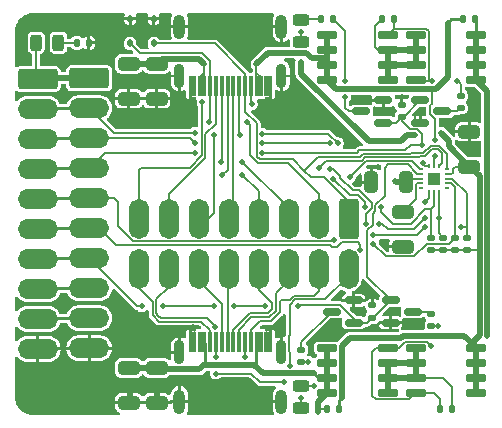
<source format=gtl>
G04 #@! TF.GenerationSoftware,KiCad,Pcbnew,9.0.1-unknown-1000.20250414git3fadd20.fc41*
G04 #@! TF.CreationDate,2025-04-18T17:53:13-07:00*
G04 #@! TF.ProjectId,usb-pd-plank,7573622d-7064-42d7-906c-616e6b2e6b69,rev?*
G04 #@! TF.SameCoordinates,Original*
G04 #@! TF.FileFunction,Copper,L1,Top*
G04 #@! TF.FilePolarity,Positive*
%FSLAX46Y46*%
G04 Gerber Fmt 4.6, Leading zero omitted, Abs format (unit mm)*
G04 Created by KiCad (PCBNEW 9.0.1-unknown-1000.20250414git3fadd20.fc41) date 2025-04-18 17:53:13*
%MOMM*%
%LPD*%
G01*
G04 APERTURE LIST*
G04 Aperture macros list*
%AMRoundRect*
0 Rectangle with rounded corners*
0 $1 Rounding radius*
0 $2 $3 $4 $5 $6 $7 $8 $9 X,Y pos of 4 corners*
0 Add a 4 corners polygon primitive as box body*
4,1,4,$2,$3,$4,$5,$6,$7,$8,$9,$2,$3,0*
0 Add four circle primitives for the rounded corners*
1,1,$1+$1,$2,$3*
1,1,$1+$1,$4,$5*
1,1,$1+$1,$6,$7*
1,1,$1+$1,$8,$9*
0 Add four rect primitives between the rounded corners*
20,1,$1+$1,$2,$3,$4,$5,0*
20,1,$1+$1,$4,$5,$6,$7,0*
20,1,$1+$1,$6,$7,$8,$9,0*
20,1,$1+$1,$8,$9,$2,$3,0*%
G04 Aperture macros list end*
G04 #@! TA.AperFunction,SMDPad,CuDef*
%ADD10RoundRect,0.135000X0.185000X-0.135000X0.185000X0.135000X-0.185000X0.135000X-0.185000X-0.135000X0*%
G04 #@! TD*
G04 #@! TA.AperFunction,SMDPad,CuDef*
%ADD11RoundRect,0.150000X-0.725000X-0.150000X0.725000X-0.150000X0.725000X0.150000X-0.725000X0.150000X0*%
G04 #@! TD*
G04 #@! TA.AperFunction,SMDPad,CuDef*
%ADD12R,0.300000X1.750000*%
G04 #@! TD*
G04 #@! TA.AperFunction,ComponentPad*
%ADD13O,0.900000X2.100000*%
G04 #@! TD*
G04 #@! TA.AperFunction,ComponentPad*
%ADD14O,1.000000X2.100000*%
G04 #@! TD*
G04 #@! TA.AperFunction,SMDPad,CuDef*
%ADD15RoundRect,0.135000X-0.135000X-0.185000X0.135000X-0.185000X0.135000X0.185000X-0.135000X0.185000X0*%
G04 #@! TD*
G04 #@! TA.AperFunction,SMDPad,CuDef*
%ADD16RoundRect,0.250000X-0.650000X0.325000X-0.650000X-0.325000X0.650000X-0.325000X0.650000X0.325000X0*%
G04 #@! TD*
G04 #@! TA.AperFunction,SMDPad,CuDef*
%ADD17RoundRect,0.150000X0.587500X0.150000X-0.587500X0.150000X-0.587500X-0.150000X0.587500X-0.150000X0*%
G04 #@! TD*
G04 #@! TA.AperFunction,SMDPad,CuDef*
%ADD18RoundRect,0.112500X-0.112500X0.187500X-0.112500X-0.187500X0.112500X-0.187500X0.112500X0.187500X0*%
G04 #@! TD*
G04 #@! TA.AperFunction,ComponentPad*
%ADD19RoundRect,0.250000X-1.450000X-0.600000X1.450000X-0.600000X1.450000X0.600000X-1.450000X0.600000X0*%
G04 #@! TD*
G04 #@! TA.AperFunction,ComponentPad*
%ADD20O,3.400000X1.700000*%
G04 #@! TD*
G04 #@! TA.AperFunction,SMDPad,CuDef*
%ADD21RoundRect,0.150000X0.725000X0.150000X-0.725000X0.150000X-0.725000X-0.150000X0.725000X-0.150000X0*%
G04 #@! TD*
G04 #@! TA.AperFunction,SMDPad,CuDef*
%ADD22RoundRect,0.243750X-0.456250X0.243750X-0.456250X-0.243750X0.456250X-0.243750X0.456250X0.243750X0*%
G04 #@! TD*
G04 #@! TA.AperFunction,SMDPad,CuDef*
%ADD23RoundRect,0.135000X0.135000X0.185000X-0.135000X0.185000X-0.135000X-0.185000X0.135000X-0.185000X0*%
G04 #@! TD*
G04 #@! TA.AperFunction,SMDPad,CuDef*
%ADD24RoundRect,0.150000X-0.587500X-0.150000X0.587500X-0.150000X0.587500X0.150000X-0.587500X0.150000X0*%
G04 #@! TD*
G04 #@! TA.AperFunction,ComponentPad*
%ADD25RoundRect,0.250000X-0.600000X1.450000X-0.600000X-1.450000X0.600000X-1.450000X0.600000X1.450000X0*%
G04 #@! TD*
G04 #@! TA.AperFunction,ComponentPad*
%ADD26O,1.700000X3.400000*%
G04 #@! TD*
G04 #@! TA.AperFunction,SMDPad,CuDef*
%ADD27R,0.400000X0.200000*%
G04 #@! TD*
G04 #@! TA.AperFunction,SMDPad,CuDef*
%ADD28R,0.200000X0.400000*%
G04 #@! TD*
G04 #@! TA.AperFunction,SMDPad,CuDef*
%ADD29R,1.100000X1.000000*%
G04 #@! TD*
G04 #@! TA.AperFunction,SMDPad,CuDef*
%ADD30RoundRect,0.250000X0.325000X0.650000X-0.325000X0.650000X-0.325000X-0.650000X0.325000X-0.650000X0*%
G04 #@! TD*
G04 #@! TA.AperFunction,SMDPad,CuDef*
%ADD31RoundRect,0.250000X0.650000X-0.325000X0.650000X0.325000X-0.650000X0.325000X-0.650000X-0.325000X0*%
G04 #@! TD*
G04 #@! TA.AperFunction,SMDPad,CuDef*
%ADD32RoundRect,0.135000X-0.185000X0.135000X-0.185000X-0.135000X0.185000X-0.135000X0.185000X0.135000X0*%
G04 #@! TD*
G04 #@! TA.AperFunction,SMDPad,CuDef*
%ADD33RoundRect,0.243750X0.243750X0.456250X-0.243750X0.456250X-0.243750X-0.456250X0.243750X-0.456250X0*%
G04 #@! TD*
G04 #@! TA.AperFunction,ViaPad*
%ADD34C,0.500000*%
G04 #@! TD*
G04 #@! TA.AperFunction,Conductor*
%ADD35C,0.500000*%
G04 #@! TD*
G04 #@! TA.AperFunction,Conductor*
%ADD36C,0.150000*%
G04 #@! TD*
G04 #@! TA.AperFunction,Conductor*
%ADD37C,0.250000*%
G04 #@! TD*
G04 #@! TA.AperFunction,Conductor*
%ADD38C,0.200000*%
G04 #@! TD*
G04 APERTURE END LIST*
D10*
G04 #@! TO.P,R1,1*
G04 #@! TO.N,+5V*
X69000000Y-103010000D03*
G04 #@! TO.P,R1,2*
G04 #@! TO.N,/I2C_SDA*
X69000000Y-101990000D03*
G04 #@! TD*
D11*
G04 #@! TO.P,Q6,1,S*
G04 #@! TO.N,Net-(Q5-S-Pad1)*
X67675000Y-84845000D03*
G04 #@! TO.P,Q6,2,S*
X67675000Y-86115000D03*
G04 #@! TO.P,Q6,3,S*
X67675000Y-87385000D03*
G04 #@! TO.P,Q6,4,G*
G04 #@! TO.N,Net-(Q5-G)*
X67675000Y-88655000D03*
G04 #@! TO.P,Q6,5,D*
G04 #@! TO.N,/USBOUT_VBUS*
X72825000Y-88655000D03*
G04 #@! TO.P,Q6,6,D*
X72825000Y-87385000D03*
G04 #@! TO.P,Q6,7,D*
X72825000Y-86115000D03*
G04 #@! TO.P,Q6,8,D*
X72825000Y-84845000D03*
G04 #@! TD*
D12*
G04 #@! TO.P,J2,A1,GND*
G04 #@! TO.N,GND*
X48650000Y-110850000D03*
G04 #@! TO.P,J2,A4,VBUS*
G04 #@! TO.N,/USBOUT_VBUS*
X49450000Y-110850000D03*
G04 #@! TO.P,J2,A5,CC1*
G04 #@! TO.N,/USBOUT_CC1*
X50750000Y-110850000D03*
G04 #@! TO.P,J2,A6,D+*
G04 #@! TO.N,/USBOUT_DA_P*
X51750000Y-110850000D03*
G04 #@! TO.P,J2,A7,D-*
G04 #@! TO.N,/USBOUT_DA_N*
X52250000Y-110850000D03*
G04 #@! TO.P,J2,A8,SBU1*
G04 #@! TO.N,/USBOUT_SBU1*
X53250000Y-110850000D03*
G04 #@! TO.P,J2,A9,VBUS*
G04 #@! TO.N,/USBOUT_VBUS*
X54550000Y-110850000D03*
G04 #@! TO.P,J2,A12,GND*
G04 #@! TO.N,GND*
X55350000Y-110850000D03*
G04 #@! TO.P,J2,B1,GND*
X55050000Y-110850000D03*
G04 #@! TO.P,J2,B4,VBUS*
G04 #@! TO.N,/USBOUT_VBUS*
X54250000Y-110850000D03*
G04 #@! TO.P,J2,B5,CC2*
G04 #@! TO.N,/USBOUT_CC2*
X53750000Y-110850000D03*
G04 #@! TO.P,J2,B6,D+*
G04 #@! TO.N,/USBOUT_DB_P*
X52750000Y-110850000D03*
G04 #@! TO.P,J2,B7,D-*
G04 #@! TO.N,/USBOUT_DB_N*
X51250000Y-110850000D03*
G04 #@! TO.P,J2,B8,SBU2*
G04 #@! TO.N,/USBOUT_SBU2*
X50250000Y-110850000D03*
G04 #@! TO.P,J2,B9,VBUS*
G04 #@! TO.N,/USBOUT_VBUS*
X49750000Y-110850000D03*
G04 #@! TO.P,J2,B12,GND*
G04 #@! TO.N,GND*
X48950000Y-110850000D03*
D13*
G04 #@! TO.P,J2,S1,SHIELD*
X47680000Y-111690000D03*
D14*
X47680000Y-115870000D03*
D13*
X56320000Y-111690000D03*
D14*
X56320000Y-115870000D03*
G04 #@! TD*
D15*
G04 #@! TO.P,R5,1*
G04 #@! TO.N,/USBIN_VBUS*
X71690000Y-83500000D03*
G04 #@! TO.P,R5,2*
G04 #@! TO.N,/USBOUT_VBUS*
X72710000Y-83500000D03*
G04 #@! TD*
G04 #@! TO.P,R12,1*
G04 #@! TO.N,Net-(Q5-S-Pad1)*
X64790000Y-83500000D03*
G04 #@! TO.P,R12,2*
G04 #@! TO.N,Net-(Q5-G)*
X65810000Y-83500000D03*
G04 #@! TD*
D16*
G04 #@! TO.P,C2,1*
G04 #@! TO.N,Net-(U1-BYPASS)*
X66600000Y-99825000D03*
G04 #@! TO.P,C2,2*
G04 #@! TO.N,GND*
X66600000Y-102775000D03*
G04 #@! TD*
D17*
G04 #@! TO.P,Q4,1,G*
G04 #@! TO.N,/EN_SNK*
X62437500Y-109200000D03*
G04 #@! TO.P,Q4,2,S*
G04 #@! TO.N,GND*
X62437500Y-107300000D03*
G04 #@! TO.P,Q4,3,D*
G04 #@! TO.N,Net-(Q4-D)*
X60562500Y-108250000D03*
G04 #@! TD*
D18*
G04 #@! TO.P,D1,1,K1*
G04 #@! TO.N,GND*
X43500000Y-83450000D03*
G04 #@! TO.P,D1,2,A*
G04 #@! TO.N,/USBIN_CC2*
X43500000Y-85550000D03*
G04 #@! TD*
D19*
G04 #@! TO.P,J3,1,Pin_1*
G04 #@! TO.N,+5V*
X35675000Y-88550000D03*
D20*
G04 #@! TO.P,J3,2,Pin_2*
G04 #@! TO.N,/I2C_SDA*
X35675000Y-91090000D03*
G04 #@! TO.P,J3,3,Pin_3*
G04 #@! TO.N,/I2C_SCL*
X35675000Y-93630000D03*
G04 #@! TO.P,J3,4,Pin_4*
G04 #@! TO.N,/EN_SRC*
X35675000Y-96170000D03*
G04 #@! TO.P,J3,5,Pin_5*
G04 #@! TO.N,/~{FAULT}*
X35675000Y-98710000D03*
G04 #@! TO.P,J3,6,Pin_6*
G04 #@! TO.N,/~{ALERT}*
X35675000Y-101250000D03*
G04 #@! TO.P,J3,7,Pin_7*
G04 #@! TO.N,/EN_SNK*
X35675000Y-103790000D03*
G04 #@! TO.P,J3,8,Pin_8*
G04 #@! TO.N,Net-(J3-Pin_8)*
X35675000Y-106330000D03*
G04 #@! TO.P,J3,9,Pin_9*
G04 #@! TO.N,Net-(J3-Pin_9)*
X35675000Y-108870000D03*
G04 #@! TO.P,J3,10,Pin_10*
G04 #@! TO.N,GND*
X35675000Y-111410000D03*
G04 #@! TD*
D21*
G04 #@! TO.P,Q5,1,S*
G04 #@! TO.N,Net-(Q5-S-Pad1)*
X65325000Y-88655000D03*
G04 #@! TO.P,Q5,2,S*
X65325000Y-87385000D03*
G04 #@! TO.P,Q5,3,S*
X65325000Y-86115000D03*
G04 #@! TO.P,Q5,4,G*
G04 #@! TO.N,Net-(Q5-G)*
X65325000Y-84845000D03*
G04 #@! TO.P,Q5,5,D*
G04 #@! TO.N,/USBIN_VBUS*
X60175000Y-84845000D03*
G04 #@! TO.P,Q5,6,D*
X60175000Y-86115000D03*
G04 #@! TO.P,Q5,7,D*
X60175000Y-87385000D03*
G04 #@! TO.P,Q5,8,D*
X60175000Y-88655000D03*
G04 #@! TD*
D22*
G04 #@! TO.P,D5,1,K*
G04 #@! TO.N,Net-(D5-K)*
X58000000Y-114562500D03*
G04 #@! TO.P,D5,2,A*
G04 #@! TO.N,+5V*
X58000000Y-116437500D03*
G04 #@! TD*
D11*
G04 #@! TO.P,Q7,1,S*
G04 #@! TO.N,Net-(Q7-S-Pad1)*
X67675000Y-111345000D03*
G04 #@! TO.P,Q7,2,S*
X67675000Y-112615000D03*
G04 #@! TO.P,Q7,3,S*
X67675000Y-113885000D03*
G04 #@! TO.P,Q7,4,G*
G04 #@! TO.N,Net-(Q7-G)*
X67675000Y-115155000D03*
G04 #@! TO.P,Q7,5,D*
G04 #@! TO.N,+5V*
X72825000Y-115155000D03*
G04 #@! TO.P,Q7,6,D*
X72825000Y-113885000D03*
G04 #@! TO.P,Q7,7,D*
X72825000Y-112615000D03*
G04 #@! TO.P,Q7,8,D*
X72825000Y-111345000D03*
G04 #@! TD*
D12*
G04 #@! TO.P,J1,A1,GND*
G04 #@! TO.N,GND*
X55350000Y-89150000D03*
G04 #@! TO.P,J1,A4,VBUS*
G04 #@! TO.N,/USBIN_VBUS*
X54550000Y-89150000D03*
G04 #@! TO.P,J1,A5,CC1*
G04 #@! TO.N,/USBIN_CC1*
X53250000Y-89150000D03*
G04 #@! TO.P,J1,A6,D+*
G04 #@! TO.N,/USBIN_DA_P*
X52250000Y-89150000D03*
G04 #@! TO.P,J1,A7,D-*
G04 #@! TO.N,/USBIN_DA_N*
X51750000Y-89150000D03*
G04 #@! TO.P,J1,A8,SBU1*
G04 #@! TO.N,/USBIN_SBU1*
X50750000Y-89150000D03*
G04 #@! TO.P,J1,A9,VBUS*
G04 #@! TO.N,/USBIN_VBUS*
X49450000Y-89150000D03*
G04 #@! TO.P,J1,A12,GND*
G04 #@! TO.N,GND*
X48650000Y-89150000D03*
G04 #@! TO.P,J1,B1,GND*
X48950000Y-89150000D03*
G04 #@! TO.P,J1,B4,VBUS*
G04 #@! TO.N,/USBIN_VBUS*
X49750000Y-89150000D03*
G04 #@! TO.P,J1,B5,CC2*
G04 #@! TO.N,/USBIN_CC2*
X50250000Y-89150000D03*
G04 #@! TO.P,J1,B6,D+*
G04 #@! TO.N,/USBIN_DB_P*
X51250000Y-89150000D03*
G04 #@! TO.P,J1,B7,D-*
G04 #@! TO.N,/USBIN_DB_N*
X52750000Y-89150000D03*
G04 #@! TO.P,J1,B8,SBU2*
G04 #@! TO.N,/USBIN_SBU2*
X53750000Y-89150000D03*
G04 #@! TO.P,J1,B9,VBUS*
G04 #@! TO.N,/USBIN_VBUS*
X54250000Y-89150000D03*
G04 #@! TO.P,J1,B12,GND*
G04 #@! TO.N,GND*
X55050000Y-89150000D03*
D13*
G04 #@! TO.P,J1,S1,SHIELD*
X56320000Y-88310000D03*
D14*
X56320000Y-84130000D03*
D13*
X47680000Y-88310000D03*
D14*
X47680000Y-84130000D03*
G04 #@! TD*
D23*
G04 #@! TO.P,R7,1*
G04 #@! TO.N,+5V*
X61210000Y-116500000D03*
G04 #@! TO.P,R7,2*
G04 #@! TO.N,/USBOUT_VBUS*
X60190000Y-116500000D03*
G04 #@! TD*
D24*
G04 #@! TO.P,Q2,1,G*
G04 #@! TO.N,/EN_SNK*
X65562500Y-107300000D03*
G04 #@! TO.P,Q2,2,S*
G04 #@! TO.N,GND*
X65562500Y-109200000D03*
G04 #@! TO.P,Q2,3,D*
G04 #@! TO.N,/~{EN_SNK}*
X67437500Y-108250000D03*
G04 #@! TD*
D16*
G04 #@! TO.P,C4,1*
G04 #@! TO.N,/USBOUT_VBUS*
X45750000Y-113025000D03*
G04 #@! TO.P,C4,2*
G04 #@! TO.N,GND*
X45750000Y-115975000D03*
G04 #@! TD*
D21*
G04 #@! TO.P,Q8,1,S*
G04 #@! TO.N,Net-(Q7-S-Pad1)*
X65325000Y-115155000D03*
G04 #@! TO.P,Q8,2,S*
X65325000Y-113885000D03*
G04 #@! TO.P,Q8,3,S*
X65325000Y-112615000D03*
G04 #@! TO.P,Q8,4,G*
G04 #@! TO.N,Net-(Q7-G)*
X65325000Y-111345000D03*
G04 #@! TO.P,Q8,5,D*
G04 #@! TO.N,/USBOUT_VBUS*
X60175000Y-111345000D03*
G04 #@! TO.P,Q8,6,D*
X60175000Y-112615000D03*
G04 #@! TO.P,Q8,7,D*
X60175000Y-113885000D03*
G04 #@! TO.P,Q8,8,D*
X60175000Y-115155000D03*
G04 #@! TD*
D10*
G04 #@! TO.P,R3,1*
G04 #@! TO.N,+5V*
X72000000Y-103010000D03*
G04 #@! TO.P,R3,2*
G04 #@! TO.N,/~{FAULT}*
X72000000Y-101990000D03*
G04 #@! TD*
G04 #@! TO.P,R14,1*
G04 #@! TO.N,Net-(Q7-G)*
X69000000Y-109510000D03*
G04 #@! TO.P,R14,2*
G04 #@! TO.N,/~{EN_SNK}*
X69000000Y-108490000D03*
G04 #@! TD*
D25*
G04 #@! TO.P,J5,1,Pin_1*
G04 #@! TO.N,/USBIN_CC1*
X62000000Y-100380000D03*
D26*
G04 #@! TO.P,J5,2,Pin_2*
G04 #@! TO.N,/USBOUT_CC1*
X62000000Y-104620000D03*
G04 #@! TO.P,J5,3,Pin_3*
G04 #@! TO.N,/USBIN_CC2*
X59460000Y-100380000D03*
G04 #@! TO.P,J5,4,Pin_4*
G04 #@! TO.N,/USBOUT_CC2*
X59460000Y-104620000D03*
G04 #@! TO.P,J5,5,Pin_5*
G04 #@! TO.N,/USBIN_DB_P*
X56920000Y-100380000D03*
G04 #@! TO.P,J5,6,Pin_6*
G04 #@! TO.N,/USBOUT_DB_P*
X56920000Y-104620000D03*
G04 #@! TO.P,J5,7,Pin_7*
G04 #@! TO.N,/USBIN_DA_N*
X54380000Y-100380000D03*
G04 #@! TO.P,J5,8,Pin_8*
G04 #@! TO.N,/USBOUT_DA_N*
X54380000Y-104620000D03*
G04 #@! TO.P,J5,9,Pin_9*
G04 #@! TO.N,/USBIN_DA_P*
X51840000Y-100380000D03*
G04 #@! TO.P,J5,10,Pin_10*
G04 #@! TO.N,/USBOUT_DA_P*
X51840000Y-104620000D03*
G04 #@! TO.P,J5,11,Pin_11*
G04 #@! TO.N,/USBIN_DB_N*
X49300000Y-100380000D03*
G04 #@! TO.P,J5,12,Pin_12*
G04 #@! TO.N,/USBOUT_DB_N*
X49300000Y-104620000D03*
G04 #@! TO.P,J5,13,Pin_13*
G04 #@! TO.N,/USBIN_SBU1*
X46760000Y-100380000D03*
G04 #@! TO.P,J5,14,Pin_14*
G04 #@! TO.N,/USBOUT_SBU1*
X46760000Y-104620000D03*
G04 #@! TO.P,J5,15,Pin_15*
G04 #@! TO.N,/USBIN_SBU2*
X44220000Y-100380000D03*
G04 #@! TO.P,J5,16,Pin_16*
G04 #@! TO.N,/USBOUT_SBU2*
X44220000Y-104620000D03*
G04 #@! TD*
D10*
G04 #@! TO.P,R11,1*
G04 #@! TO.N,Net-(D5-K)*
X58000000Y-112510000D03*
G04 #@! TO.P,R11,2*
G04 #@! TO.N,Net-(Q4-D)*
X58000000Y-111490000D03*
G04 #@! TD*
D22*
G04 #@! TO.P,D4,1,K*
G04 #@! TO.N,Net-(D4-K)*
X58000000Y-83562500D03*
G04 #@! TO.P,D4,2,A*
G04 #@! TO.N,+5V*
X58000000Y-85437500D03*
G04 #@! TD*
D15*
G04 #@! TO.P,R10,1*
G04 #@! TO.N,Net-(D4-K)*
X59690000Y-83500000D03*
G04 #@! TO.P,R10,2*
G04 #@! TO.N,Net-(Q3-D)*
X60710000Y-83500000D03*
G04 #@! TD*
D27*
G04 #@! TO.P,U1,1,FRS_EN*
G04 #@! TO.N,Net-(U1-FRS_EN)*
X68150000Y-96200000D03*
G04 #@! TO.P,U1,2,EN_SNK1*
G04 #@! TO.N,/EN_SNK*
X68150000Y-96600000D03*
G04 #@! TO.P,U1,3,VDD*
G04 #@! TO.N,+5V*
X68150000Y-97000000D03*
G04 #@! TO.P,U1,4,BYPASS*
G04 #@! TO.N,Net-(U1-BYPASS)*
X68150000Y-97400000D03*
G04 #@! TO.P,U1,5,SLV_ADDR*
G04 #@! TO.N,unconnected-(U1-SLV_ADDR-Pad5)*
X68150000Y-97800000D03*
D28*
G04 #@! TO.P,U1,6,ILM_5_VBUS*
G04 #@! TO.N,Net-(U1-ILM_5_VBUS)*
X68850000Y-98100000D03*
G04 #@! TO.P,U1,7,I2C_SDA*
G04 #@! TO.N,/I2C_SDA*
X69250000Y-98100000D03*
G04 #@! TO.P,U1,8,I2C_SCL*
G04 #@! TO.N,/I2C_SCL*
X69650000Y-98100000D03*
D27*
G04 #@! TO.P,U1,9,DBG_ACC*
G04 #@! TO.N,unconnected-(U1-DBG_ACC-Pad9)*
X70350000Y-97800000D03*
G04 #@! TO.P,U1,10,~{ALERT}*
G04 #@! TO.N,/~{ALERT}*
X70350000Y-97400000D03*
G04 #@! TO.P,U1,11,~{FAULT}*
G04 #@! TO.N,/~{FAULT}*
X70350000Y-97000000D03*
G04 #@! TO.P,U1,12,VCONN_IN*
G04 #@! TO.N,+5V*
X70350000Y-96600000D03*
G04 #@! TO.P,U1,13,CC1*
G04 #@! TO.N,/USBIN_CC1*
X70350000Y-96200000D03*
D28*
G04 #@! TO.P,U1,14,CC2*
G04 #@! TO.N,/USBIN_CC2*
X69650000Y-95900000D03*
G04 #@! TO.P,U1,15,VBUS*
G04 #@! TO.N,/USBIN_VBUS*
X69250000Y-95900000D03*
G04 #@! TO.P,U1,16,EN_SRC*
G04 #@! TO.N,/EN_SRC*
X68850000Y-95900000D03*
D29*
G04 #@! TO.P,U1,17,GND*
G04 #@! TO.N,GND*
X69250000Y-97000000D03*
G04 #@! TD*
D10*
G04 #@! TO.P,R8,1*
G04 #@! TO.N,/EN_SRC*
X66500000Y-91760000D03*
G04 #@! TO.P,R8,2*
G04 #@! TO.N,GND*
X66500000Y-90740000D03*
G04 #@! TD*
G04 #@! TO.P,R9,1*
G04 #@! TO.N,/EN_SNK*
X64000000Y-108760000D03*
G04 #@! TO.P,R9,2*
G04 #@! TO.N,GND*
X64000000Y-107740000D03*
G04 #@! TD*
D16*
G04 #@! TO.P,C5,1*
G04 #@! TO.N,/USBIN_VBUS*
X43400000Y-87275000D03*
G04 #@! TO.P,C5,2*
G04 #@! TO.N,GND*
X43400000Y-90225000D03*
G04 #@! TD*
D15*
G04 #@! TO.P,R6,1*
G04 #@! TO.N,Net-(D3-K)*
X38990000Y-85500000D03*
G04 #@! TO.P,R6,2*
G04 #@! TO.N,GND*
X40010000Y-85500000D03*
G04 #@! TD*
D18*
G04 #@! TO.P,D2,1,K1*
G04 #@! TO.N,GND*
X45500000Y-83450000D03*
G04 #@! TO.P,D2,2,A*
G04 #@! TO.N,/USBIN_CC1*
X45500000Y-85550000D03*
G04 #@! TD*
D30*
G04 #@! TO.P,C3,1*
G04 #@! TO.N,+5V*
X66875000Y-97300000D03*
G04 #@! TO.P,C3,2*
G04 #@! TO.N,GND*
X63925000Y-97300000D03*
G04 #@! TD*
D31*
G04 #@! TO.P,C1,1*
G04 #@! TO.N,+5V*
X72200000Y-95975000D03*
G04 #@! TO.P,C1,2*
G04 #@! TO.N,GND*
X72200000Y-93025000D03*
G04 #@! TD*
D32*
G04 #@! TO.P,R13,1*
G04 #@! TO.N,Net-(Q5-G)*
X71500000Y-89990000D03*
G04 #@! TO.P,R13,2*
G04 #@! TO.N,/~{EN_SRC}*
X71500000Y-91010000D03*
G04 #@! TD*
D10*
G04 #@! TO.P,R4,1*
G04 #@! TO.N,+5V*
X71000000Y-103010000D03*
G04 #@! TO.P,R4,2*
G04 #@! TO.N,/~{ALERT}*
X71000000Y-101990000D03*
G04 #@! TD*
D16*
G04 #@! TO.P,C7,1*
G04 #@! TO.N,/USBOUT_VBUS*
X43400000Y-113025000D03*
G04 #@! TO.P,C7,2*
G04 #@! TO.N,GND*
X43400000Y-115975000D03*
G04 #@! TD*
D10*
G04 #@! TO.P,R2,1*
G04 #@! TO.N,+5V*
X70000000Y-103010000D03*
G04 #@! TO.P,R2,2*
G04 #@! TO.N,/I2C_SCL*
X70000000Y-101990000D03*
G04 #@! TD*
D17*
G04 #@! TO.P,Q3,1,G*
G04 #@! TO.N,/EN_SRC*
X64937500Y-92250000D03*
G04 #@! TO.P,Q3,2,S*
G04 #@! TO.N,GND*
X64937500Y-90350000D03*
G04 #@! TO.P,Q3,3,D*
G04 #@! TO.N,Net-(Q3-D)*
X63062500Y-91300000D03*
G04 #@! TD*
D33*
G04 #@! TO.P,D3,1,K*
G04 #@! TO.N,Net-(D3-K)*
X37437500Y-85500000D03*
G04 #@! TO.P,D3,2,A*
G04 #@! TO.N,+5V*
X35562500Y-85500000D03*
G04 #@! TD*
D24*
G04 #@! TO.P,Q1,1,G*
G04 #@! TO.N,/EN_SRC*
X68062500Y-90350000D03*
G04 #@! TO.P,Q1,2,S*
G04 #@! TO.N,GND*
X68062500Y-92250000D03*
G04 #@! TO.P,Q1,3,D*
G04 #@! TO.N,/~{EN_SRC}*
X69937500Y-91300000D03*
G04 #@! TD*
D19*
G04 #@! TO.P,J4,1,Pin_1*
G04 #@! TO.N,+5V*
X40050000Y-88500000D03*
D20*
G04 #@! TO.P,J4,2,Pin_2*
G04 #@! TO.N,/I2C_SDA*
X40050000Y-91040000D03*
G04 #@! TO.P,J4,3,Pin_3*
G04 #@! TO.N,/I2C_SCL*
X40050000Y-93580000D03*
G04 #@! TO.P,J4,4,Pin_4*
G04 #@! TO.N,/EN_SRC*
X40050000Y-96120000D03*
G04 #@! TO.P,J4,5,Pin_5*
G04 #@! TO.N,/~{FAULT}*
X40050000Y-98660000D03*
G04 #@! TO.P,J4,6,Pin_6*
G04 #@! TO.N,/~{ALERT}*
X40050000Y-101200000D03*
G04 #@! TO.P,J4,7,Pin_7*
G04 #@! TO.N,/EN_SNK*
X40050000Y-103740000D03*
G04 #@! TO.P,J4,8,Pin_8*
G04 #@! TO.N,Net-(J3-Pin_8)*
X40050000Y-106280000D03*
G04 #@! TO.P,J4,9,Pin_9*
G04 #@! TO.N,Net-(J3-Pin_9)*
X40050000Y-108820000D03*
G04 #@! TO.P,J4,10,Pin_10*
G04 #@! TO.N,GND*
X40050000Y-111360000D03*
G04 #@! TD*
D16*
G04 #@! TO.P,C6,1*
G04 #@! TO.N,/USBIN_VBUS*
X45750000Y-87275000D03*
G04 #@! TO.P,C6,2*
G04 #@! TO.N,GND*
X45750000Y-90225000D03*
G04 #@! TD*
D23*
G04 #@! TO.P,R15,1*
G04 #@! TO.N,Net-(Q7-S-Pad1)*
X70760000Y-116500000D03*
G04 #@! TO.P,R15,2*
G04 #@! TO.N,Net-(Q7-G)*
X69740000Y-116500000D03*
G04 #@! TD*
D34*
G04 #@! TO.N,+5V*
X58000000Y-115600000D03*
X61451000Y-115537388D03*
X69800000Y-93100000D03*
X58000000Y-87100000D03*
X67600000Y-93300000D03*
X58000000Y-84600000D03*
X65900000Y-97200000D03*
X65600000Y-93833113D03*
G04 #@! TO.N,GND*
X48800000Y-109600000D03*
X43500000Y-115000000D03*
X72200000Y-94500000D03*
X68100000Y-91300000D03*
X55300000Y-109651000D03*
X65000000Y-91300000D03*
X40700000Y-85500000D03*
X65600000Y-108300000D03*
X48700000Y-90500000D03*
X65100000Y-102600000D03*
X64000000Y-107000000D03*
X45750000Y-115000000D03*
X45800000Y-91400000D03*
X43400000Y-91400000D03*
X69250000Y-97000000D03*
X64500000Y-96000000D03*
X55200000Y-90500000D03*
X62400000Y-108100000D03*
X66500000Y-90100000D03*
G04 #@! TO.N,/USBOUT_VBUS*
X59400000Y-116750000D03*
X73750000Y-110300000D03*
G04 #@! TO.N,/USBIN_VBUS*
X69300000Y-95100000D03*
X49359000Y-86859000D03*
X69300000Y-93750000D03*
X54200000Y-87300000D03*
G04 #@! TO.N,/USBIN_CC2*
X59500000Y-96100000D03*
X50200000Y-92200000D03*
X53400000Y-92200000D03*
G04 #@! TO.N,/USBIN_SBU2*
X53800000Y-90700000D03*
X49625000Y-90525002D03*
G04 #@! TO.N,/USBIN_DA_N*
X53000000Y-96700000D03*
X51300000Y-96700000D03*
G04 #@! TO.N,/USBIN_DB_N*
X52800000Y-93300000D03*
X50600000Y-93300000D03*
G04 #@! TO.N,/USBOUT_SBU1*
X53200000Y-112100000D03*
X50700000Y-109574998D03*
G04 #@! TO.N,/USBOUT_CC1*
X57000000Y-112826000D03*
X56500000Y-114250000D03*
X50750000Y-112100000D03*
X50750000Y-113500000D03*
G04 #@! TO.N,/EN_SNK*
X44500000Y-107800000D03*
X54900000Y-107800000D03*
X52300000Y-107800000D03*
X50600000Y-107800000D03*
X57700000Y-107800000D03*
X46275000Y-107800000D03*
G04 #@! TO.N,/I2C_SDA*
X49000000Y-93100000D03*
X61100000Y-94000000D03*
X54700000Y-93200000D03*
X63400000Y-99400000D03*
X60700000Y-97000000D03*
X64785140Y-99435140D03*
G04 #@! TO.N,/~{ALERT}*
X64100000Y-102500000D03*
X63002668Y-103023570D03*
G04 #@! TO.N,/I2C_SCL*
X60400000Y-94000000D03*
X54700000Y-94000000D03*
X63500000Y-100800000D03*
X64600000Y-100800000D03*
X49000000Y-94000000D03*
X60400000Y-96200000D03*
X68500000Y-100300000D03*
X69650000Y-100300000D03*
G04 #@! TO.N,/~{FAULT}*
X60800000Y-102200000D03*
X71500000Y-101100000D03*
X64100000Y-101800000D03*
X68500000Y-101100000D03*
G04 #@! TO.N,/EN_SRC*
X54700000Y-94800000D03*
X68300000Y-95699998D03*
X49000000Y-94800000D03*
X68224695Y-94124695D03*
G04 #@! TO.N,Net-(U1-ILM_5_VBUS)*
X68500000Y-99000000D03*
G04 #@! TO.N,Net-(U1-FRS_EN)*
X62100000Y-96900000D03*
G04 #@! TO.N,Net-(D5-K)*
X58600000Y-112500000D03*
X59089204Y-114586748D03*
G04 #@! TO.N,Net-(Q3-D)*
X61700000Y-88700000D03*
X61700000Y-90050000D03*
G04 #@! TO.N,/USBIN_DB_P*
X51200000Y-95600000D03*
X53000000Y-95600000D03*
G04 #@! TO.N,Net-(Q5-G)*
X71200000Y-88700000D03*
X69100000Y-88700000D03*
G04 #@! TO.N,Net-(Q7-G)*
X69600000Y-109500000D03*
X69000000Y-111200000D03*
G04 #@! TD*
D35*
G04 #@! TO.N,+5V*
X66936857Y-93300000D02*
X67600000Y-93300000D01*
X73100000Y-110200000D02*
X72590000Y-110710000D01*
X72825000Y-111345000D02*
X72590000Y-111110000D01*
D36*
X35562500Y-85500000D02*
X35562500Y-87812500D01*
D35*
X72590000Y-111110000D02*
X71805000Y-110325000D01*
X73099000Y-96799000D02*
X72275000Y-95975000D01*
X72590000Y-110710000D02*
X72590000Y-111110000D01*
X66612346Y-110325000D02*
X66437346Y-110500000D01*
X61451000Y-111149000D02*
X61451000Y-115537388D01*
X72275000Y-95975000D02*
X72200000Y-95975000D01*
D36*
X71000000Y-103010000D02*
X72000000Y-103010000D01*
D35*
X63694725Y-93833113D02*
X66403744Y-93833113D01*
D37*
X61451000Y-115537388D02*
X61210000Y-115778388D01*
D35*
X58000000Y-87100000D02*
X58000000Y-88138388D01*
D36*
X69000000Y-103010000D02*
X70000000Y-103010000D01*
X71025000Y-95975000D02*
X72200000Y-95975000D01*
X73089000Y-103010000D02*
X73099000Y-103000000D01*
D35*
X70500000Y-93800000D02*
X69800000Y-93100000D01*
X70500000Y-94275000D02*
X70500000Y-93800000D01*
X58000000Y-88138388D02*
X63694725Y-93833113D01*
D36*
X68150000Y-97000000D02*
X67175000Y-97000000D01*
X67175000Y-97000000D02*
X66875000Y-97300000D01*
D35*
X66403744Y-93833113D02*
X66936857Y-93300000D01*
D36*
X70702000Y-96600000D02*
X70800000Y-96502000D01*
D35*
X66000000Y-97300000D02*
X66875000Y-97300000D01*
D36*
X70800000Y-96502000D02*
X70800000Y-96200000D01*
D35*
X72825000Y-111345000D02*
X72825000Y-112615000D01*
X66437346Y-110500000D02*
X62100000Y-110500000D01*
X72200000Y-95975000D02*
X70500000Y-94275000D01*
X65900000Y-97200000D02*
X66000000Y-97300000D01*
D36*
X72000000Y-103010000D02*
X73089000Y-103010000D01*
X58000000Y-85437500D02*
X58000000Y-84600000D01*
D35*
X72825000Y-113885000D02*
X72825000Y-115155000D01*
X62100000Y-110500000D02*
X61451000Y-111149000D01*
D36*
X70350000Y-96600000D02*
X70702000Y-96600000D01*
D35*
X72825000Y-112615000D02*
X72825000Y-113885000D01*
D36*
X70000000Y-103010000D02*
X71000000Y-103010000D01*
X35562500Y-87812500D02*
X34825000Y-88550000D01*
D37*
X61210000Y-115778388D02*
X61210000Y-116500000D01*
D35*
X73099000Y-103000000D02*
X73099000Y-110199000D01*
X40050000Y-88500000D02*
X34875000Y-88500000D01*
D36*
X70800000Y-96200000D02*
X71025000Y-95975000D01*
X58000000Y-116437500D02*
X58000000Y-115600000D01*
D35*
X73099000Y-96799000D02*
X73099000Y-103000000D01*
X71805000Y-110325000D02*
X66612346Y-110325000D01*
X34875000Y-88500000D02*
X34825000Y-88550000D01*
D36*
G04 #@! TO.N,GND*
X67600000Y-91500000D02*
X67800000Y-91300000D01*
D35*
X45750000Y-115000000D02*
X45750000Y-115975000D01*
D36*
X67800000Y-91300000D02*
X68100000Y-91300000D01*
D35*
X43500000Y-115000000D02*
X43500000Y-115975000D01*
D36*
X67600000Y-92200000D02*
X67600000Y-91500000D01*
X66500000Y-90100000D02*
X66500000Y-90740000D01*
G04 #@! TO.N,Net-(U1-BYPASS)*
X67798000Y-97400000D02*
X67700000Y-97498000D01*
X67700000Y-97498000D02*
X67700000Y-98725000D01*
X67700000Y-98725000D02*
X66600000Y-99825000D01*
X68150000Y-97400000D02*
X67798000Y-97400000D01*
D37*
G04 #@! TO.N,/USBOUT_VBUS*
X49811000Y-112689000D02*
X49811000Y-110911000D01*
X54189000Y-110911000D02*
X54189000Y-112561000D01*
X54189000Y-112561000D02*
X54000000Y-112750000D01*
X49811000Y-110911000D02*
X49750000Y-110850000D01*
X72825000Y-83615000D02*
X72710000Y-83500000D01*
D35*
X54000000Y-112750000D02*
X54726000Y-113476000D01*
X54000000Y-112750000D02*
X49750000Y-112750000D01*
X60175000Y-111345000D02*
X60175000Y-112615000D01*
D36*
X60190000Y-116500000D02*
X59650000Y-116500000D01*
D35*
X73749000Y-89579000D02*
X73749000Y-93300000D01*
D37*
X60175000Y-113885000D02*
X59441068Y-113885000D01*
D35*
X72825000Y-88655000D02*
X73749000Y-89579000D01*
X72825000Y-84845000D02*
X72825000Y-88655000D01*
X49750000Y-112750000D02*
X49359000Y-113141000D01*
X59400000Y-115930000D02*
X60175000Y-115155000D01*
X45750000Y-113025000D02*
X43500000Y-113025000D01*
X49811000Y-112689000D02*
X49359000Y-113141000D01*
X45866000Y-113141000D02*
X45750000Y-113025000D01*
D37*
X72825000Y-84845000D02*
X72825000Y-83615000D01*
D36*
X59650000Y-116500000D02*
X59400000Y-116750000D01*
D37*
X59441068Y-113885000D02*
X59032068Y-113476000D01*
D35*
X54726000Y-113476000D02*
X59032068Y-113476000D01*
X59400000Y-116750000D02*
X59400000Y-115930000D01*
X49359000Y-113141000D02*
X45866000Y-113141000D01*
X73749000Y-93300000D02*
X73750000Y-93300000D01*
X73750000Y-110300000D02*
X73750000Y-93299998D01*
X60175000Y-112615000D02*
X60175000Y-113885000D01*
X60175000Y-113885000D02*
X60175000Y-115155000D01*
D37*
X54250000Y-110850000D02*
X54189000Y-110911000D01*
D36*
G04 #@! TO.N,/USBIN_VBUS*
X69026000Y-90659902D02*
X69026000Y-89426000D01*
X69300000Y-93750000D02*
X69300000Y-91935902D01*
X54550000Y-88390653D02*
X54200000Y-88040653D01*
X68900000Y-90785902D02*
X69026000Y-90659902D01*
X54200000Y-88040653D02*
X54200000Y-87900000D01*
D35*
X55174000Y-86326000D02*
X58426000Y-86326000D01*
X69400000Y-89400000D02*
X70400000Y-88400000D01*
D36*
X54200000Y-89100000D02*
X54200000Y-87900000D01*
X68900000Y-91535902D02*
X68900000Y-90785902D01*
D35*
X49359000Y-86859000D02*
X46166000Y-86859000D01*
D36*
X69300000Y-91935902D02*
X68900000Y-91535902D01*
D35*
X60175000Y-84845000D02*
X60175000Y-86800000D01*
D36*
X49450000Y-89150000D02*
X49450000Y-88390653D01*
D35*
X60175000Y-86800000D02*
X60175000Y-88655000D01*
X60175000Y-88655000D02*
X60920000Y-89400000D01*
D36*
X49450000Y-88390653D02*
X49800000Y-88040653D01*
D35*
X60920000Y-89400000D02*
X69000000Y-89400000D01*
X54200000Y-87300000D02*
X55174000Y-86326000D01*
X58426000Y-86326000D02*
X58900000Y-86800000D01*
D37*
X70700000Y-83500000D02*
X71690000Y-83500000D01*
D36*
X69250000Y-95900000D02*
X69250000Y-95150000D01*
X49800000Y-89100000D02*
X49800000Y-87300000D01*
D35*
X46166000Y-86859000D02*
X45750000Y-87275000D01*
X69000000Y-89400000D02*
X69400000Y-89400000D01*
D36*
X54250000Y-89150000D02*
X54200000Y-89100000D01*
D35*
X49800000Y-87300000D02*
X49359000Y-86859000D01*
D36*
X54550000Y-89150000D02*
X54550000Y-88390653D01*
D35*
X70400000Y-88400000D02*
X70400000Y-83800000D01*
D36*
X49750000Y-89150000D02*
X49800000Y-89100000D01*
X49800000Y-88040653D02*
X49800000Y-87300000D01*
D37*
X70400000Y-83800000D02*
X70700000Y-83500000D01*
D36*
X69026000Y-89426000D02*
X69000000Y-89400000D01*
X54200000Y-87900000D02*
X54200000Y-87300000D01*
X69250000Y-95150000D02*
X69300000Y-95100000D01*
D35*
X58900000Y-86800000D02*
X60175000Y-86800000D01*
X45750000Y-87275000D02*
X43400000Y-87275000D01*
D36*
G04 #@! TO.N,/USBIN_CC2*
X53625000Y-92425000D02*
X53400000Y-92200000D01*
X68461829Y-95124998D02*
X68074002Y-95124998D01*
X69875000Y-95675000D02*
X69875000Y-94861827D01*
X54337563Y-95675000D02*
X53625000Y-94962437D01*
X63101736Y-95474000D02*
X60126000Y-95474000D01*
X67277622Y-95199000D02*
X65108428Y-95199000D01*
X56875000Y-95675000D02*
X54337563Y-95675000D01*
X65108428Y-95199000D02*
X65107428Y-95200000D01*
X50250000Y-92150000D02*
X50250000Y-89150000D01*
X50276000Y-89124000D02*
X50250000Y-89150000D01*
X69875000Y-94861827D02*
X69538173Y-94525000D01*
X68074002Y-95124998D02*
X67999000Y-95200000D01*
X60126000Y-95474000D02*
X59500000Y-96100000D01*
X69538173Y-94525000D02*
X69061827Y-94525000D01*
X59460000Y-101230000D02*
X59460000Y-98260000D01*
X63375736Y-95200000D02*
X63101736Y-95474000D01*
X67999000Y-95200000D02*
X67278622Y-95200000D01*
X69650000Y-95900000D02*
X69875000Y-95675000D01*
X44334000Y-86384000D02*
X49584000Y-86384000D01*
X67278622Y-95200000D02*
X67277622Y-95199000D01*
X50200000Y-92200000D02*
X50250000Y-92150000D01*
X53625000Y-94962437D02*
X53625000Y-92425000D01*
X50276000Y-87076000D02*
X50276000Y-89124000D01*
X49584000Y-86384000D02*
X50276000Y-87076000D01*
X65107428Y-95200000D02*
X63375736Y-95200000D01*
X59460000Y-98260000D02*
X56875000Y-95675000D01*
X69061827Y-94525000D02*
X68461829Y-95124998D01*
X43500000Y-85550000D02*
X44334000Y-86384000D01*
G04 #@! TO.N,/USBIN_CC1*
X53250000Y-89150000D02*
X53250000Y-91350000D01*
X64983164Y-94900000D02*
X63251472Y-94900000D01*
X68337565Y-94824998D02*
X67246754Y-94824998D01*
X58250000Y-96350000D02*
X58800000Y-96900000D01*
X70350000Y-94912563D02*
X69662437Y-94225000D01*
X53250000Y-88125000D02*
X50675000Y-85550000D01*
X50675000Y-85550000D02*
X45500000Y-85550000D01*
X62977472Y-95174000D02*
X59426000Y-95174000D01*
X67172751Y-94899000D02*
X64984164Y-94899000D01*
X59426000Y-95174000D02*
X58250000Y-96350000D01*
X54225000Y-92325000D02*
X54225000Y-95138173D01*
X59900000Y-96900000D02*
X62000000Y-99000000D01*
X64984164Y-94899000D02*
X64983164Y-94900000D01*
X57275000Y-95375000D02*
X58250000Y-96350000D01*
X70350000Y-96200000D02*
X70350000Y-94912563D01*
X54225000Y-95138173D02*
X54461827Y-95375000D01*
X53250000Y-89150000D02*
X53250000Y-88125000D01*
X54461827Y-95375000D02*
X57275000Y-95375000D01*
X69662437Y-94225000D02*
X68937563Y-94225000D01*
X68937563Y-94225000D02*
X68337565Y-94824998D01*
X67246754Y-94824998D02*
X67172751Y-94899000D01*
X58800000Y-96900000D02*
X59900000Y-96900000D01*
X63251472Y-94900000D02*
X62977472Y-95174000D01*
X53250000Y-91350000D02*
X54225000Y-92325000D01*
X62000000Y-99000000D02*
X62000000Y-101230000D01*
G04 #@! TO.N,/USBIN_SBU2*
X44220000Y-101230000D02*
X44220000Y-96280000D01*
X53750000Y-90650000D02*
X53800000Y-90700000D01*
X49575000Y-95038173D02*
X49575000Y-90925000D01*
X49625000Y-90875000D02*
X49625000Y-90525002D01*
X44425000Y-96075000D02*
X48538173Y-96075000D01*
X48538173Y-96075000D02*
X49575000Y-95038173D01*
X53750000Y-89150000D02*
X53750000Y-90650000D01*
X44220000Y-96280000D02*
X44425000Y-96075000D01*
X49575000Y-90925000D02*
X49625000Y-90875000D01*
G04 #@! TO.N,/USBIN_DA_N*
X53000000Y-96700000D02*
X54380000Y-98080000D01*
X51750000Y-89150000D02*
X51750000Y-96250000D01*
X51750000Y-96250000D02*
X51300000Y-96700000D01*
X54380000Y-98080000D02*
X54380000Y-101230000D01*
G04 #@! TO.N,/USBIN_SBU1*
X46760000Y-98340000D02*
X46760000Y-101230000D01*
X49875000Y-93211827D02*
X49875000Y-95225000D01*
X49875000Y-95225000D02*
X46760000Y-98340000D01*
X50750000Y-92336827D02*
X49875000Y-93211827D01*
X50750000Y-89150000D02*
X50750000Y-92336827D01*
G04 #@! TO.N,/USBIN_DA_P*
X52250000Y-89150000D02*
X52250000Y-100820000D01*
X52250000Y-100820000D02*
X51840000Y-101230000D01*
G04 #@! TO.N,/USBIN_DB_N*
X50600000Y-99930000D02*
X50600000Y-93300000D01*
X52750000Y-93250000D02*
X52800000Y-93300000D01*
X52750000Y-89150000D02*
X52750000Y-93250000D01*
X49300000Y-101230000D02*
X50600000Y-99930000D01*
G04 #@! TO.N,/USBOUT_SBU1*
X46760000Y-106140000D02*
X45700000Y-107200000D01*
X46100000Y-108800000D02*
X50000000Y-108800000D01*
X45900000Y-108600000D02*
X46100000Y-108800000D01*
X45700000Y-107200000D02*
X45700000Y-108400000D01*
X53250000Y-112050000D02*
X53250000Y-110850000D01*
X50700000Y-109500000D02*
X50700000Y-109574998D01*
X53200000Y-112100000D02*
X53250000Y-112050000D01*
X50000000Y-108800000D02*
X50700000Y-109500000D01*
X46760000Y-103770000D02*
X46760000Y-106140000D01*
X45700000Y-108400000D02*
X45900000Y-108600000D01*
D38*
G04 #@! TO.N,/USBOUT_DA_P*
X51840000Y-103770000D02*
X51750000Y-103860000D01*
X51750000Y-103860000D02*
X51750000Y-110850000D01*
D36*
G04 #@! TO.N,/USBOUT_CC1*
X50750000Y-112100000D02*
X50750000Y-110850000D01*
X57461827Y-107225000D02*
X60021896Y-107225000D01*
X53750000Y-113500000D02*
X50750000Y-113500000D01*
X62000000Y-105246896D02*
X62000000Y-103770000D01*
X57000000Y-107686827D02*
X57461827Y-107225000D01*
X60021896Y-107225000D02*
X62000000Y-105246896D01*
X57000000Y-110246896D02*
X57000000Y-107686827D01*
X56996896Y-110250000D02*
X57000000Y-110246896D01*
X57000000Y-113000000D02*
X56996896Y-110250000D01*
X56500000Y-114250000D02*
X54500000Y-114250000D01*
X54500000Y-114250000D02*
X53750000Y-113500000D01*
G04 #@! TO.N,/USBOUT_CC2*
X59460000Y-106540000D02*
X59460000Y-103770000D01*
X55428537Y-109076000D02*
X56176000Y-108328536D01*
X54499000Y-109076000D02*
X55428537Y-109076000D01*
X59075000Y-106925000D02*
X59460000Y-106540000D01*
X53750000Y-109825000D02*
X54499000Y-109076000D01*
X56176000Y-108328536D02*
X56175999Y-107399001D01*
X57012563Y-107250000D02*
X57337563Y-106925000D01*
X57337563Y-106925000D02*
X59075000Y-106925000D01*
X56325000Y-107250000D02*
X57012563Y-107250000D01*
X56175999Y-107399001D02*
X56325000Y-107250000D01*
X53750000Y-110850000D02*
X53750000Y-109825000D01*
G04 #@! TO.N,/USBOUT_SBU2*
X45400000Y-108524264D02*
X45400000Y-107462563D01*
X45400000Y-107462563D02*
X44220000Y-106282563D01*
X44220000Y-106282563D02*
X44220000Y-103770000D01*
X49525000Y-109100000D02*
X45975736Y-109100000D01*
X50250000Y-110850000D02*
X50250000Y-109825000D01*
X50250000Y-109825000D02*
X49525000Y-109100000D01*
X45975736Y-109100000D02*
X45400000Y-108524264D01*
D38*
G04 #@! TO.N,/USBOUT_DB_N*
X49300000Y-103770000D02*
X49300000Y-105651471D01*
X49300000Y-105651471D02*
X51250000Y-107601471D01*
X51250000Y-107601471D02*
X51250000Y-110850000D01*
G04 #@! TO.N,/USBOUT_DA_N*
X55500000Y-108048529D02*
X55148529Y-108400000D01*
X54380000Y-103770000D02*
X54380000Y-106431471D01*
X53625000Y-108400000D02*
X52250000Y-109775000D01*
X52250000Y-109775000D02*
X52250000Y-110850000D01*
X55500000Y-107551471D02*
X55500000Y-108048529D01*
X54380000Y-106431471D02*
X55500000Y-107551471D01*
X55148529Y-108400000D02*
X53625000Y-108400000D01*
D36*
G04 #@! TO.N,/EN_SNK*
X64102500Y-108760000D02*
X65562500Y-107300000D01*
X50600000Y-107800000D02*
X46275000Y-107800000D01*
X44110000Y-107800000D02*
X44500000Y-107800000D01*
X67830094Y-96600000D02*
X67029094Y-95799000D01*
X64000000Y-108760000D02*
X64102500Y-108760000D01*
X63600000Y-101375000D02*
X63600000Y-105337500D01*
X67029094Y-95799000D02*
X65356956Y-95799000D01*
X62437500Y-109200000D02*
X62437500Y-108851598D01*
D37*
X34875000Y-103740000D02*
X40050000Y-103740000D01*
D36*
X62437500Y-109200000D02*
X63560000Y-109200000D01*
X62437500Y-108851598D02*
X61309902Y-107724000D01*
X65099000Y-98449528D02*
X64275000Y-99273528D01*
D37*
X34825000Y-103790000D02*
X34875000Y-103740000D01*
D36*
X40050000Y-103740000D02*
X44110000Y-107800000D01*
X65356956Y-95799000D02*
X65099000Y-96056956D01*
X64075000Y-100900000D02*
X63600000Y-101375000D01*
X68150000Y-96600000D02*
X67830094Y-96600000D01*
X60000000Y-107724000D02*
X57724000Y-107724000D01*
X57700000Y-107748000D02*
X57700000Y-107800000D01*
X65099000Y-96056956D02*
X65099000Y-98449528D01*
X64075000Y-99962437D02*
X64075000Y-100900000D01*
X57724000Y-107724000D02*
X57700000Y-107748000D01*
X64275000Y-99273528D02*
X64275000Y-99762437D01*
X52300000Y-107800000D02*
X54900000Y-107800000D01*
X64275000Y-99762437D02*
X64075000Y-99962437D01*
X61309902Y-107724000D02*
X60000000Y-107724000D01*
X63560000Y-109200000D02*
X64000000Y-108760000D01*
X63600000Y-105337500D02*
X65562500Y-107300000D01*
G04 #@! TO.N,/I2C_SDA*
X62100000Y-98400000D02*
X62800000Y-98400000D01*
X69000000Y-99600000D02*
X69000000Y-101990000D01*
X69000000Y-99600000D02*
X68500000Y-99600000D01*
X54700000Y-93200000D02*
X60300000Y-93200000D01*
X40050000Y-91040000D02*
X42110000Y-93100000D01*
X69250000Y-99350000D02*
X69000000Y-99600000D01*
D37*
X34875000Y-91040000D02*
X40050000Y-91040000D01*
D36*
X42110000Y-93100000D02*
X49000000Y-93100000D01*
X63400000Y-99000000D02*
X63400000Y-99400000D01*
X64785140Y-99785140D02*
X64785140Y-99435140D01*
X65800000Y-100800000D02*
X64785140Y-99785140D01*
X67300000Y-100800000D02*
X65800000Y-100800000D01*
X69250000Y-98100000D02*
X69250000Y-99350000D01*
X62800000Y-98400000D02*
X63400000Y-99000000D01*
D37*
X34825000Y-91090000D02*
X34875000Y-91040000D01*
D36*
X60700000Y-97000000D02*
X62100000Y-98400000D01*
X60300000Y-93200000D02*
X61100000Y-94000000D01*
X68500000Y-99600000D02*
X67300000Y-100800000D01*
D37*
G04 #@! TO.N,/~{ALERT}*
X40050000Y-101200000D02*
X34875000Y-101200000D01*
D36*
X63002668Y-102602668D02*
X63002668Y-103023570D01*
X65176000Y-103576000D02*
X64100000Y-102500000D01*
X40050000Y-101200000D02*
X40900000Y-101200000D01*
X71000000Y-97698000D02*
X71000000Y-101990000D01*
X70490000Y-102500000D02*
X68600000Y-102500000D01*
X68600000Y-102500000D02*
X67524000Y-103576000D01*
X62794000Y-102394000D02*
X63002668Y-102602668D01*
X67524000Y-103576000D02*
X65176000Y-103576000D01*
X71000000Y-101990000D02*
X70490000Y-102500000D01*
X70702000Y-97400000D02*
X71000000Y-97698000D01*
X70350000Y-97400000D02*
X70702000Y-97400000D01*
X61419173Y-102394000D02*
X62794000Y-102394000D01*
X42306000Y-102606000D02*
X60392827Y-102606000D01*
X60561827Y-102775000D02*
X61038173Y-102775000D01*
X60392827Y-102606000D02*
X60561827Y-102775000D01*
D37*
X34875000Y-101200000D02*
X34825000Y-101250000D01*
D36*
X61038173Y-102775000D02*
X61419173Y-102394000D01*
X40900000Y-101200000D02*
X42306000Y-102606000D01*
G04 #@! TO.N,/I2C_SCL*
X40050000Y-93580000D02*
X48580000Y-93580000D01*
X69650000Y-101640000D02*
X70000000Y-101990000D01*
X67500000Y-101300000D02*
X68500000Y-100300000D01*
D37*
X40050000Y-93580000D02*
X34875000Y-93580000D01*
D36*
X65300000Y-101300000D02*
X67500000Y-101300000D01*
X48580000Y-93580000D02*
X49000000Y-94000000D01*
X62924264Y-98000000D02*
X63975000Y-99050736D01*
D37*
X34875000Y-93580000D02*
X34825000Y-93630000D01*
D36*
X60400000Y-96200000D02*
X60713173Y-96200000D01*
X64600000Y-100800000D02*
X64800000Y-100800000D01*
X61275000Y-96924906D02*
X62350094Y-98000000D01*
X63975000Y-99050736D02*
X63975000Y-99500000D01*
X60713173Y-96200000D02*
X61275000Y-96761827D01*
X54700000Y-94000000D02*
X60400000Y-94000000D01*
X64800000Y-100800000D02*
X65300000Y-101300000D01*
X69650000Y-98100000D02*
X69650000Y-101640000D01*
X63500000Y-99975000D02*
X63500000Y-100800000D01*
X61275000Y-96761827D02*
X61275000Y-96924906D01*
X63975000Y-99500000D02*
X63500000Y-99975000D01*
X62350094Y-98000000D02*
X62924264Y-98000000D01*
D37*
G04 #@! TO.N,Net-(J3-Pin_8)*
X34825000Y-106330000D02*
X34875000Y-106280000D01*
X34875000Y-106280000D02*
X40050000Y-106280000D01*
D36*
G04 #@! TO.N,/~{FAULT}*
X56468306Y-102300000D02*
X54831694Y-102300000D01*
X57375736Y-102300000D02*
X57369736Y-102306000D01*
X57630264Y-102306000D02*
X57624264Y-102300000D01*
X56474306Y-102306000D02*
X56468306Y-102300000D01*
X72000000Y-101100000D02*
X71500000Y-101100000D01*
X43774306Y-102306000D02*
X42500000Y-101031694D01*
X60694000Y-102306000D02*
X57630264Y-102306000D01*
X67800000Y-101800000D02*
X64100000Y-101800000D01*
X42500000Y-99000000D02*
X42160000Y-98660000D01*
X54831694Y-102300000D02*
X54825694Y-102306000D01*
X57369736Y-102306000D02*
X56474306Y-102306000D01*
X72000000Y-101100000D02*
X72000000Y-101990000D01*
X54825694Y-102306000D02*
X43774306Y-102306000D01*
X57624264Y-102300000D02*
X57375736Y-102300000D01*
X70350000Y-97000000D02*
X70750000Y-97000000D01*
X70750000Y-97000000D02*
X72000000Y-98250000D01*
X42500000Y-101031694D02*
X42500000Y-99000000D01*
D37*
X34825000Y-98710000D02*
X34875000Y-98660000D01*
D36*
X72000000Y-98250000D02*
X72000000Y-101100000D01*
X60800000Y-102200000D02*
X60694000Y-102306000D01*
X42160000Y-98660000D02*
X40050000Y-98660000D01*
X68500000Y-101100000D02*
X67800000Y-101800000D01*
D37*
X34875000Y-98660000D02*
X40050000Y-98660000D01*
D36*
G04 #@! TO.N,/EN_SRC*
X68224695Y-93252943D02*
X68224695Y-94124695D01*
X64859900Y-94599000D02*
X64858900Y-94600000D01*
X66652500Y-91760000D02*
X68062500Y-90350000D01*
X66500000Y-91760000D02*
X66652500Y-91760000D01*
X68850000Y-95900000D02*
X68500002Y-95900000D01*
X66801000Y-94599000D02*
X64859900Y-94599000D01*
X62700000Y-94800000D02*
X54700000Y-94800000D01*
X67275305Y-94124695D02*
X66801000Y-94599000D01*
X66010000Y-92250000D02*
X66500000Y-91760000D01*
D37*
X34825000Y-96170000D02*
X34875000Y-96120000D01*
D36*
X68224695Y-94124695D02*
X67275305Y-94124695D01*
X41370000Y-94800000D02*
X49000000Y-94800000D01*
X66500000Y-92128248D02*
X67196752Y-92825000D01*
D37*
X34875000Y-96120000D02*
X40050000Y-96120000D01*
D36*
X67196752Y-92825000D02*
X67796752Y-92825000D01*
X64858900Y-94600000D02*
X62900000Y-94600000D01*
X40050000Y-96120000D02*
X41370000Y-94800000D01*
X64937500Y-92250000D02*
X66010000Y-92250000D01*
X66500000Y-91760000D02*
X66500000Y-92128248D01*
X67796752Y-92825000D02*
X68224695Y-93252943D01*
X62900000Y-94600000D02*
X62700000Y-94800000D01*
X68500002Y-95900000D02*
X68300000Y-95699998D01*
D37*
G04 #@! TO.N,Net-(J3-Pin_9)*
X34875000Y-108820000D02*
X40050000Y-108820000D01*
X34825000Y-108870000D02*
X34875000Y-108820000D01*
D36*
G04 #@! TO.N,Net-(U1-ILM_5_VBUS)*
X68850000Y-98100000D02*
X68850000Y-98650000D01*
X68850000Y-98650000D02*
X68500000Y-99000000D01*
G04 #@! TO.N,Net-(U1-FRS_EN)*
X67153358Y-95499000D02*
X65232692Y-95499000D01*
X67154358Y-95500000D02*
X67153358Y-95499000D01*
X65231692Y-95500000D02*
X63500000Y-95500000D01*
X68050000Y-96200000D02*
X67350000Y-95500000D01*
X67350000Y-95500000D02*
X67154358Y-95500000D01*
X68150000Y-96200000D02*
X68050000Y-96200000D01*
X63500000Y-95500000D02*
X62100000Y-96900000D01*
X65232692Y-95499000D02*
X65231692Y-95500000D01*
G04 #@! TO.N,Net-(D4-K)*
X59690000Y-83500000D02*
X58062500Y-83500000D01*
X58062500Y-83500000D02*
X58000000Y-83562500D01*
G04 #@! TO.N,Net-(D5-K)*
X59089204Y-114586748D02*
X58024248Y-114586748D01*
X58590000Y-112510000D02*
X58600000Y-112500000D01*
X58024248Y-114586748D02*
X58000000Y-114562500D01*
X58000000Y-112510000D02*
X58590000Y-112510000D01*
G04 #@! TO.N,Net-(D3-K)*
X37437500Y-85500000D02*
X38990000Y-85500000D01*
G04 #@! TO.N,/~{EN_SRC}*
X71210000Y-91300000D02*
X71500000Y-91010000D01*
X69937500Y-91300000D02*
X71210000Y-91300000D01*
G04 #@! TO.N,/~{EN_SNK}*
X67437500Y-108250000D02*
X68760000Y-108250000D01*
X68760000Y-108250000D02*
X69000000Y-108490000D01*
G04 #@! TO.N,Net-(Q3-D)*
X61700000Y-90050000D02*
X61700000Y-91000000D01*
X61700000Y-84490000D02*
X61700000Y-88700000D01*
X62000000Y-91300000D02*
X63062500Y-91300000D01*
X60710000Y-83500000D02*
X61700000Y-84490000D01*
X61700000Y-91000000D02*
X62000000Y-91300000D01*
G04 #@! TO.N,Net-(Q4-D)*
X60562500Y-108250000D02*
X58000000Y-110812500D01*
X58000000Y-110812500D02*
X58000000Y-111490000D01*
G04 #@! TO.N,/USBIN_DB_P*
X53000000Y-95600000D02*
X56920000Y-99520000D01*
D38*
X51250000Y-95550000D02*
X51200000Y-95600000D01*
D36*
X56920000Y-99520000D02*
X56920000Y-101230000D01*
X51250000Y-89150000D02*
X51250000Y-95550000D01*
D38*
G04 #@! TO.N,/USBOUT_DB_P*
X56920000Y-103770000D02*
X56920000Y-105653000D01*
X55293917Y-108751000D02*
X53774000Y-108751000D01*
X56920000Y-105653000D02*
X55851000Y-106722000D01*
X53774000Y-108751000D02*
X52750000Y-109775000D01*
X55851000Y-106722000D02*
X55851000Y-108193917D01*
X55851000Y-108193917D02*
X55293917Y-108751000D01*
X52750000Y-109775000D02*
X52750000Y-110850000D01*
D36*
G04 #@! TO.N,Net-(Q5-G)*
X68776000Y-84535098D02*
X68776000Y-88676000D01*
X68800000Y-88700000D02*
X67720000Y-88700000D01*
X65810000Y-83500000D02*
X65810000Y-84278000D01*
X65810000Y-84278000D02*
X65851000Y-84319000D01*
X68776000Y-88676000D02*
X68800000Y-88700000D01*
X69100000Y-88700000D02*
X68800000Y-88700000D01*
X67720000Y-88700000D02*
X67675000Y-88655000D01*
X65851000Y-84319000D02*
X68559902Y-84319000D01*
X71500000Y-89990000D02*
X71500000Y-89000000D01*
X68559902Y-84319000D02*
X68776000Y-84535098D01*
X65325000Y-84845000D02*
X65851000Y-84319000D01*
X71500000Y-89000000D02*
X71200000Y-88700000D01*
G04 #@! TO.N,Net-(Q7-G)*
X64000000Y-115378165D02*
X64000000Y-111700000D01*
X69600000Y-109500000D02*
X69010000Y-109500000D01*
X66264098Y-111345000D02*
X66809098Y-110800000D01*
X66809098Y-110800000D02*
X68600000Y-110800000D01*
X67675000Y-115155000D02*
X67149000Y-115681000D01*
X64302835Y-115681000D02*
X64000000Y-115378165D01*
X69010000Y-109500000D02*
X69000000Y-109510000D01*
X68600000Y-110800000D02*
X69000000Y-111200000D01*
X64355000Y-111345000D02*
X65325000Y-111345000D01*
X67149000Y-115681000D02*
X64302835Y-115681000D01*
X67675000Y-115155000D02*
X69255000Y-115155000D01*
X69740000Y-115640000D02*
X69740000Y-116500000D01*
X64000000Y-111700000D02*
X64355000Y-111345000D01*
X69255000Y-115155000D02*
X69740000Y-115640000D01*
X65325000Y-111345000D02*
X66264098Y-111345000D01*
D35*
G04 #@! TO.N,Net-(Q5-S-Pad1)*
X65325000Y-86115000D02*
X65325000Y-88655000D01*
D36*
X64790000Y-83500000D02*
X64224000Y-84066000D01*
X64224000Y-85888999D02*
X64450001Y-86115000D01*
D35*
X67675000Y-87385000D02*
X65325000Y-87385000D01*
D36*
X64450001Y-86115000D02*
X65325000Y-86115000D01*
X64224000Y-84066000D02*
X64224000Y-85888999D01*
D35*
X67675000Y-84845000D02*
X67675000Y-87385000D01*
X65325000Y-86115000D02*
X67675000Y-86115000D01*
D36*
G04 #@! TO.N,Net-(Q7-S-Pad1)*
X69985000Y-113885000D02*
X70760000Y-114660000D01*
X67675000Y-113885000D02*
X69985000Y-113885000D01*
D35*
X65325000Y-113885000D02*
X65325000Y-115155000D01*
X67675000Y-111345000D02*
X67675000Y-112615000D01*
X65325000Y-113885000D02*
X67675000Y-113885000D01*
D36*
X70760000Y-114660000D02*
X70760000Y-116500000D01*
D35*
X65325000Y-112615000D02*
X67675000Y-112615000D01*
X67675000Y-112615000D02*
X67675000Y-113885000D01*
X65325000Y-112615000D02*
X65325000Y-113885000D01*
G04 #@! TD*
G04 #@! TA.AperFunction,Conductor*
G04 #@! TO.N,GND*
G36*
X42151035Y-106321629D02*
G01*
X42202087Y-106352414D01*
X43910138Y-108060465D01*
X43969966Y-108095007D01*
X43983929Y-108103069D01*
X43984361Y-108103318D01*
X44067147Y-108125500D01*
X44067155Y-108125500D01*
X44075207Y-108126561D01*
X44075010Y-108128050D01*
X44133363Y-108145185D01*
X44154005Y-108161819D01*
X44192686Y-108200500D01*
X44284912Y-108253747D01*
X44306810Y-108266390D01*
X44306814Y-108266392D01*
X44434108Y-108300500D01*
X44434110Y-108300500D01*
X44565890Y-108300500D01*
X44565892Y-108300500D01*
X44693186Y-108266392D01*
X44807314Y-108200500D01*
X44862819Y-108144995D01*
X44924142Y-108111510D01*
X44993834Y-108116494D01*
X45049767Y-108158366D01*
X45074184Y-108223830D01*
X45074500Y-108232676D01*
X45074500Y-108481411D01*
X45074500Y-108567117D01*
X45080209Y-108588423D01*
X45096682Y-108649904D01*
X45103421Y-108661576D01*
X45139535Y-108724126D01*
X45715269Y-109299859D01*
X45715271Y-109299862D01*
X45775874Y-109360465D01*
X45838788Y-109396788D01*
X45850096Y-109403317D01*
X45850097Y-109403317D01*
X45850098Y-109403318D01*
X45932883Y-109425501D01*
X45932885Y-109425501D01*
X46026185Y-109425501D01*
X46026201Y-109425500D01*
X49338811Y-109425500D01*
X49368251Y-109434144D01*
X49398238Y-109440668D01*
X49403253Y-109444422D01*
X49405850Y-109445185D01*
X49426492Y-109461819D01*
X49477492Y-109512819D01*
X49510977Y-109574142D01*
X49505993Y-109643834D01*
X49464121Y-109699767D01*
X49398657Y-109724184D01*
X49389811Y-109724500D01*
X49275325Y-109724500D01*
X49222906Y-109734926D01*
X49174527Y-109734926D01*
X49124624Y-109725000D01*
X49075000Y-109725000D01*
X49075000Y-109826119D01*
X49073374Y-109834293D01*
X49074290Y-109839369D01*
X49065563Y-109873567D01*
X49063563Y-109878396D01*
X49019724Y-109932801D01*
X48953431Y-109954869D01*
X48885731Y-109937592D01*
X48838118Y-109886457D01*
X48825000Y-109830948D01*
X48825000Y-109725000D01*
X48775000Y-109725000D01*
X48775000Y-110726000D01*
X48772449Y-110734685D01*
X48773738Y-110743647D01*
X48762759Y-110767687D01*
X48755315Y-110793039D01*
X48748474Y-110798966D01*
X48744713Y-110807203D01*
X48722478Y-110821492D01*
X48702511Y-110838794D01*
X48691996Y-110841081D01*
X48685935Y-110844977D01*
X48651000Y-110850000D01*
X48649000Y-110850000D01*
X48581961Y-110830315D01*
X48536206Y-110777511D01*
X48525000Y-110726000D01*
X48525000Y-109725000D01*
X48475373Y-109725000D01*
X48402459Y-109739503D01*
X48402455Y-109739505D01*
X48319760Y-109794760D01*
X48264505Y-109877455D01*
X48264503Y-109877459D01*
X48250000Y-109950371D01*
X48250000Y-110396991D01*
X48230315Y-110464030D01*
X48177511Y-110509785D01*
X48108353Y-110519729D01*
X48057110Y-110500094D01*
X48011577Y-110469670D01*
X48011566Y-110469664D01*
X47884184Y-110416901D01*
X47884176Y-110416899D01*
X47805000Y-110401149D01*
X47805000Y-110871178D01*
X47729728Y-110840000D01*
X47630272Y-110840000D01*
X47555000Y-110871178D01*
X47555000Y-110401150D01*
X47554999Y-110401149D01*
X47475823Y-110416899D01*
X47475815Y-110416901D01*
X47348433Y-110469664D01*
X47348420Y-110469671D01*
X47233773Y-110546275D01*
X47136275Y-110643773D01*
X47059671Y-110758420D01*
X47059664Y-110758433D01*
X47006902Y-110885813D01*
X47006899Y-110885823D01*
X46980000Y-111021053D01*
X46980000Y-111565000D01*
X47430000Y-111565000D01*
X47430000Y-111815000D01*
X46980000Y-111815000D01*
X46980000Y-112267057D01*
X46960315Y-112334096D01*
X46907511Y-112379851D01*
X46838353Y-112389795D01*
X46774797Y-112360770D01*
X46760412Y-112345320D01*
X46757544Y-112342452D01*
X46642335Y-112256206D01*
X46642328Y-112256202D01*
X46507482Y-112205908D01*
X46507483Y-112205908D01*
X46447883Y-112199501D01*
X46447881Y-112199500D01*
X46447873Y-112199500D01*
X46447864Y-112199500D01*
X45052129Y-112199500D01*
X45052123Y-112199501D01*
X44992516Y-112205908D01*
X44857671Y-112256202D01*
X44857664Y-112256206D01*
X44742455Y-112342452D01*
X44742452Y-112342455D01*
X44674266Y-112433540D01*
X44618332Y-112475411D01*
X44548641Y-112480395D01*
X44487318Y-112446909D01*
X44475734Y-112433540D01*
X44407547Y-112342455D01*
X44407544Y-112342452D01*
X44292335Y-112256206D01*
X44292328Y-112256202D01*
X44157482Y-112205908D01*
X44157483Y-112205908D01*
X44097883Y-112199501D01*
X44097881Y-112199500D01*
X44097873Y-112199500D01*
X44097864Y-112199500D01*
X42702129Y-112199500D01*
X42702123Y-112199501D01*
X42642516Y-112205908D01*
X42507671Y-112256202D01*
X42507664Y-112256206D01*
X42392455Y-112342452D01*
X42392452Y-112342455D01*
X42306206Y-112457664D01*
X42306202Y-112457671D01*
X42255910Y-112592513D01*
X42255909Y-112592517D01*
X42249500Y-112652127D01*
X42249500Y-112652134D01*
X42249500Y-112652135D01*
X42249500Y-113397870D01*
X42249501Y-113397876D01*
X42255908Y-113457483D01*
X42306202Y-113592328D01*
X42306206Y-113592335D01*
X42392452Y-113707544D01*
X42392455Y-113707547D01*
X42507664Y-113793793D01*
X42507671Y-113793797D01*
X42642517Y-113844091D01*
X42642516Y-113844091D01*
X42649444Y-113844835D01*
X42702127Y-113850500D01*
X44097872Y-113850499D01*
X44157483Y-113844091D01*
X44292331Y-113793796D01*
X44407546Y-113707546D01*
X44475734Y-113616457D01*
X44531667Y-113574588D01*
X44601359Y-113569604D01*
X44662682Y-113603089D01*
X44674261Y-113616452D01*
X44742454Y-113707546D01*
X44742457Y-113707548D01*
X44857664Y-113793793D01*
X44857671Y-113793797D01*
X44992517Y-113844091D01*
X44992516Y-113844091D01*
X44999444Y-113844835D01*
X45052127Y-113850500D01*
X46447872Y-113850499D01*
X46507483Y-113844091D01*
X46642331Y-113793796D01*
X46757546Y-113707546D01*
X46769791Y-113691187D01*
X46825724Y-113649318D01*
X46869057Y-113641500D01*
X49424890Y-113641500D01*
X49424892Y-113641500D01*
X49552186Y-113607392D01*
X49666314Y-113541500D01*
X49920995Y-113286819D01*
X49947922Y-113272115D01*
X49973741Y-113255523D01*
X49979941Y-113254631D01*
X49982318Y-113253334D01*
X50008676Y-113250500D01*
X50137098Y-113250500D01*
X50204137Y-113270185D01*
X50249892Y-113322989D01*
X50259836Y-113392147D01*
X50256874Y-113406585D01*
X50249500Y-113434108D01*
X50249500Y-113565892D01*
X50256584Y-113592331D01*
X50283608Y-113693187D01*
X50316554Y-113750250D01*
X50349500Y-113807314D01*
X50442686Y-113900500D01*
X50556814Y-113966392D01*
X50684108Y-114000500D01*
X50684110Y-114000500D01*
X50815890Y-114000500D01*
X50815892Y-114000500D01*
X50943186Y-113966392D01*
X51057314Y-113900500D01*
X51095995Y-113861819D01*
X51157318Y-113828334D01*
X51183676Y-113825500D01*
X53563811Y-113825500D01*
X53630850Y-113845185D01*
X53651492Y-113861819D01*
X54300138Y-114510465D01*
X54374361Y-114553318D01*
X54457147Y-114575500D01*
X54542853Y-114575500D01*
X55704477Y-114575500D01*
X55771516Y-114595185D01*
X55817271Y-114647989D01*
X55827215Y-114717147D01*
X55798190Y-114780703D01*
X55792158Y-114787181D01*
X55737439Y-114841899D01*
X55737436Y-114841903D01*
X55655362Y-114964735D01*
X55655357Y-114964745D01*
X55598822Y-115101232D01*
X55598820Y-115101240D01*
X55570000Y-115246126D01*
X55570000Y-115745000D01*
X56020000Y-115745000D01*
X56020000Y-115995000D01*
X55570000Y-115995000D01*
X55570000Y-116493873D01*
X55598820Y-116638759D01*
X55598822Y-116638767D01*
X55655357Y-116775254D01*
X55655361Y-116775262D01*
X55676307Y-116806610D01*
X55697184Y-116873288D01*
X55678699Y-116940668D01*
X55626720Y-116987357D01*
X55573204Y-116999500D01*
X48426796Y-116999500D01*
X48359757Y-116979815D01*
X48314002Y-116927011D01*
X48304058Y-116857853D01*
X48323693Y-116806610D01*
X48344638Y-116775262D01*
X48344642Y-116775254D01*
X48401177Y-116638767D01*
X48401179Y-116638759D01*
X48429999Y-116493873D01*
X48430000Y-116493871D01*
X48430000Y-115995000D01*
X47980000Y-115995000D01*
X47980000Y-115745000D01*
X48430000Y-115745000D01*
X48430000Y-115246128D01*
X48429999Y-115246126D01*
X48401179Y-115101240D01*
X48401177Y-115101232D01*
X48344642Y-114964745D01*
X48344637Y-114964735D01*
X48262563Y-114841903D01*
X48262560Y-114841899D01*
X48158100Y-114737439D01*
X48158096Y-114737436D01*
X48035264Y-114655362D01*
X48035254Y-114655357D01*
X47898765Y-114598821D01*
X47898761Y-114598820D01*
X47805000Y-114580169D01*
X47805000Y-115045757D01*
X47795796Y-115040444D01*
X47719496Y-115020000D01*
X47640504Y-115020000D01*
X47564204Y-115040444D01*
X47555000Y-115045757D01*
X47555000Y-114580170D01*
X47554999Y-114580169D01*
X47461238Y-114598820D01*
X47461234Y-114598821D01*
X47324745Y-114655357D01*
X47324735Y-114655362D01*
X47201903Y-114737436D01*
X47201899Y-114737439D01*
X47097439Y-114841899D01*
X47097436Y-114841903D01*
X47015362Y-114964735D01*
X47015357Y-114964745D01*
X46958822Y-115101232D01*
X46958820Y-115101238D01*
X46937911Y-115206353D01*
X46905526Y-115268264D01*
X46844810Y-115302838D01*
X46775040Y-115299097D01*
X46741983Y-115281428D01*
X46642088Y-115206646D01*
X46642086Y-115206645D01*
X46507379Y-115156403D01*
X46507372Y-115156401D01*
X46447844Y-115150000D01*
X45875000Y-115150000D01*
X45875000Y-115850000D01*
X46800000Y-115850000D01*
X46807898Y-115842101D01*
X46819685Y-115801961D01*
X46872489Y-115756206D01*
X46924000Y-115745000D01*
X47380000Y-115745000D01*
X47380000Y-115995000D01*
X47030000Y-115995000D01*
X47022101Y-116002898D01*
X47010315Y-116043039D01*
X46957511Y-116088794D01*
X46906000Y-116100000D01*
X42250000Y-116100000D01*
X42250000Y-116347844D01*
X42256401Y-116407372D01*
X42256403Y-116407379D01*
X42306645Y-116542086D01*
X42306649Y-116542093D01*
X42392809Y-116657187D01*
X42392812Y-116657190D01*
X42507906Y-116743350D01*
X42507913Y-116743354D01*
X42550714Y-116759318D01*
X42606648Y-116801189D01*
X42631065Y-116866654D01*
X42616213Y-116934927D01*
X42566808Y-116984332D01*
X42507381Y-116999500D01*
X35254428Y-116999500D01*
X35245582Y-116999184D01*
X35223622Y-116997613D01*
X35045442Y-116984869D01*
X35027931Y-116982351D01*
X34836212Y-116940646D01*
X34819236Y-116935662D01*
X34635390Y-116867090D01*
X34619298Y-116859740D01*
X34447095Y-116765711D01*
X34432210Y-116756146D01*
X34395306Y-116728520D01*
X34275411Y-116638767D01*
X34275132Y-116638558D01*
X34261762Y-116626972D01*
X34123027Y-116488237D01*
X34111441Y-116474867D01*
X33993849Y-116317784D01*
X33984288Y-116302904D01*
X33890259Y-116130701D01*
X33882909Y-116114609D01*
X33858399Y-116048896D01*
X33814334Y-115930755D01*
X33809355Y-115913797D01*
X33767647Y-115722063D01*
X33765130Y-115704555D01*
X33764768Y-115699500D01*
X33757806Y-115602155D01*
X42250000Y-115602155D01*
X42250000Y-115850000D01*
X43275000Y-115850000D01*
X43525000Y-115850000D01*
X45625000Y-115850000D01*
X45625000Y-115150000D01*
X45052155Y-115150000D01*
X44992627Y-115156401D01*
X44992620Y-115156403D01*
X44857913Y-115206645D01*
X44857906Y-115206649D01*
X44742812Y-115292809D01*
X44742809Y-115292812D01*
X44674266Y-115384374D01*
X44618332Y-115426245D01*
X44548641Y-115431229D01*
X44487318Y-115397743D01*
X44475734Y-115384374D01*
X44407190Y-115292812D01*
X44407187Y-115292809D01*
X44292093Y-115206649D01*
X44292086Y-115206645D01*
X44157379Y-115156403D01*
X44157372Y-115156401D01*
X44097844Y-115150000D01*
X43525000Y-115150000D01*
X43525000Y-115850000D01*
X43275000Y-115850000D01*
X43275000Y-115150000D01*
X42702155Y-115150000D01*
X42642627Y-115156401D01*
X42642620Y-115156403D01*
X42507913Y-115206645D01*
X42507906Y-115206649D01*
X42392812Y-115292809D01*
X42392809Y-115292812D01*
X42306649Y-115407906D01*
X42306645Y-115407913D01*
X42256403Y-115542620D01*
X42256401Y-115542627D01*
X42250000Y-115602155D01*
X33757806Y-115602155D01*
X33750816Y-115504418D01*
X33750500Y-115495572D01*
X33750500Y-112184142D01*
X33770185Y-112117103D01*
X33822989Y-112071348D01*
X33892147Y-112061404D01*
X33955703Y-112090429D01*
X33974820Y-112111259D01*
X33985965Y-112126600D01*
X34108397Y-112249032D01*
X34248475Y-112350804D01*
X34402742Y-112429408D01*
X34567415Y-112482914D01*
X34738429Y-112510000D01*
X35550000Y-112510000D01*
X35800000Y-112510000D01*
X36611571Y-112510000D01*
X36782584Y-112482914D01*
X36947257Y-112429408D01*
X37101524Y-112350804D01*
X37241602Y-112249032D01*
X37364032Y-112126602D01*
X37465804Y-111986524D01*
X37544408Y-111832257D01*
X37597913Y-111667585D01*
X37618914Y-111535000D01*
X35800000Y-111535000D01*
X35800000Y-112510000D01*
X35550000Y-112510000D01*
X35550000Y-111285000D01*
X35800000Y-111285000D01*
X37613450Y-111285000D01*
X37616484Y-111269657D01*
X37610994Y-111235000D01*
X38106086Y-111235000D01*
X39565856Y-111235000D01*
X39550000Y-111294174D01*
X39550000Y-111425826D01*
X39565856Y-111485000D01*
X38106086Y-111485000D01*
X38127086Y-111617585D01*
X38180591Y-111782257D01*
X38259195Y-111936524D01*
X38360967Y-112076602D01*
X38483397Y-112199032D01*
X38623475Y-112300804D01*
X38777742Y-112379408D01*
X38942415Y-112432914D01*
X39113429Y-112460000D01*
X39925000Y-112460000D01*
X39925000Y-111844144D01*
X39984174Y-111860000D01*
X40115826Y-111860000D01*
X40175000Y-111844144D01*
X40175000Y-112460000D01*
X40986571Y-112460000D01*
X41157584Y-112432914D01*
X41322257Y-112379408D01*
X41476524Y-112300804D01*
X41616602Y-112199032D01*
X41739032Y-112076602D01*
X41840804Y-111936524D01*
X41919408Y-111782257D01*
X41972913Y-111617585D01*
X41993914Y-111485000D01*
X40534144Y-111485000D01*
X40550000Y-111425826D01*
X40550000Y-111294174D01*
X40534144Y-111235000D01*
X41993914Y-111235000D01*
X41972913Y-111102414D01*
X41919408Y-110937742D01*
X41840804Y-110783475D01*
X41739032Y-110643397D01*
X41616602Y-110520967D01*
X41476524Y-110419195D01*
X41322257Y-110340591D01*
X41157584Y-110287085D01*
X40986571Y-110260000D01*
X40175000Y-110260000D01*
X40175000Y-110875855D01*
X40115826Y-110860000D01*
X39984174Y-110860000D01*
X39925000Y-110875855D01*
X39925000Y-110260000D01*
X39113429Y-110260000D01*
X38942415Y-110287085D01*
X38777742Y-110340591D01*
X38623475Y-110419195D01*
X38483397Y-110520967D01*
X38360967Y-110643397D01*
X38259195Y-110783475D01*
X38180591Y-110937742D01*
X38127086Y-111102414D01*
X38106086Y-111235000D01*
X37610994Y-111235000D01*
X37597913Y-111152414D01*
X37544408Y-110987742D01*
X37465804Y-110833475D01*
X37364032Y-110693397D01*
X37241602Y-110570967D01*
X37101524Y-110469195D01*
X36947257Y-110390591D01*
X36782584Y-110337085D01*
X36611571Y-110310000D01*
X35800000Y-110310000D01*
X35800000Y-111285000D01*
X35550000Y-111285000D01*
X35550000Y-110310000D01*
X34738429Y-110310000D01*
X34567415Y-110337085D01*
X34402742Y-110390591D01*
X34248475Y-110469195D01*
X34108397Y-110570967D01*
X33985965Y-110693399D01*
X33985961Y-110693404D01*
X33974818Y-110708742D01*
X33919489Y-110751408D01*
X33849875Y-110757387D01*
X33788080Y-110724782D01*
X33753723Y-110663943D01*
X33750500Y-110635857D01*
X33750500Y-109644992D01*
X33770185Y-109577953D01*
X33822989Y-109532198D01*
X33892147Y-109522254D01*
X33955703Y-109551279D01*
X33974817Y-109572106D01*
X33985586Y-109586928D01*
X34108072Y-109709414D01*
X34248212Y-109811232D01*
X34402555Y-109889873D01*
X34567299Y-109943402D01*
X34738389Y-109970500D01*
X34738390Y-109970500D01*
X36611610Y-109970500D01*
X36611611Y-109970500D01*
X36782701Y-109943402D01*
X36947445Y-109889873D01*
X37101788Y-109811232D01*
X37241928Y-109709414D01*
X37364414Y-109586928D01*
X37466232Y-109446788D01*
X37544873Y-109292445D01*
X37548532Y-109281181D01*
X37587968Y-109223508D01*
X37652326Y-109196308D01*
X37666463Y-109195500D01*
X38080220Y-109195500D01*
X38147259Y-109215185D01*
X38190705Y-109263206D01*
X38258766Y-109396786D01*
X38279629Y-109425501D01*
X38360586Y-109536928D01*
X38483072Y-109659414D01*
X38623212Y-109761232D01*
X38777555Y-109839873D01*
X38942299Y-109893402D01*
X39113389Y-109920500D01*
X39113390Y-109920500D01*
X40986610Y-109920500D01*
X40986611Y-109920500D01*
X41157701Y-109893402D01*
X41322445Y-109839873D01*
X41476788Y-109761232D01*
X41616928Y-109659414D01*
X41739414Y-109536928D01*
X41841232Y-109396788D01*
X41919873Y-109242445D01*
X41973402Y-109077701D01*
X42000500Y-108906611D01*
X42000500Y-108733389D01*
X41973402Y-108562299D01*
X41919873Y-108397555D01*
X41841232Y-108243212D01*
X41739414Y-108103072D01*
X41616928Y-107980586D01*
X41476788Y-107878768D01*
X41322445Y-107800127D01*
X41157701Y-107746598D01*
X41157699Y-107746597D01*
X41157698Y-107746597D01*
X41026271Y-107725781D01*
X40986611Y-107719500D01*
X39113389Y-107719500D01*
X39073728Y-107725781D01*
X38942302Y-107746597D01*
X38777552Y-107800128D01*
X38623211Y-107878768D01*
X38554393Y-107928768D01*
X38483072Y-107980586D01*
X38483070Y-107980588D01*
X38483069Y-107980588D01*
X38360588Y-108103069D01*
X38360588Y-108103070D01*
X38360586Y-108103072D01*
X38342232Y-108128334D01*
X38258766Y-108243213D01*
X38190705Y-108376794D01*
X38142731Y-108427591D01*
X38080220Y-108444500D01*
X37619303Y-108444500D01*
X37552264Y-108424815D01*
X37508819Y-108376795D01*
X37466232Y-108293212D01*
X37466230Y-108293209D01*
X37466229Y-108293207D01*
X37422250Y-108232676D01*
X37364414Y-108153072D01*
X37241928Y-108030586D01*
X37101788Y-107928768D01*
X36947445Y-107850127D01*
X36782701Y-107796598D01*
X36782699Y-107796597D01*
X36782698Y-107796597D01*
X36651271Y-107775781D01*
X36611611Y-107769500D01*
X34738389Y-107769500D01*
X34698728Y-107775781D01*
X34567302Y-107796597D01*
X34402552Y-107850128D01*
X34248211Y-107928768D01*
X34197510Y-107965605D01*
X34108072Y-108030586D01*
X34108070Y-108030588D01*
X34108069Y-108030588D01*
X33985589Y-108153068D01*
X33985588Y-108153070D01*
X33985586Y-108153072D01*
X33974815Y-108167896D01*
X33919486Y-108210559D01*
X33849872Y-108216537D01*
X33788078Y-108183930D01*
X33753722Y-108123090D01*
X33750500Y-108095007D01*
X33750500Y-107104992D01*
X33770185Y-107037953D01*
X33822989Y-106992198D01*
X33892147Y-106982254D01*
X33955703Y-107011279D01*
X33974817Y-107032106D01*
X33985586Y-107046928D01*
X34108072Y-107169414D01*
X34248212Y-107271232D01*
X34402555Y-107349873D01*
X34567299Y-107403402D01*
X34738389Y-107430500D01*
X34738390Y-107430500D01*
X36611610Y-107430500D01*
X36611611Y-107430500D01*
X36782701Y-107403402D01*
X36947445Y-107349873D01*
X37101788Y-107271232D01*
X37241928Y-107169414D01*
X37364414Y-107046928D01*
X37466232Y-106906788D01*
X37544873Y-106752445D01*
X37548532Y-106741181D01*
X37587968Y-106683508D01*
X37652326Y-106656308D01*
X37666463Y-106655500D01*
X38080220Y-106655500D01*
X38147259Y-106675185D01*
X38190705Y-106723206D01*
X38258766Y-106856786D01*
X38266319Y-106867181D01*
X38360586Y-106996928D01*
X38483072Y-107119414D01*
X38623212Y-107221232D01*
X38777555Y-107299873D01*
X38942299Y-107353402D01*
X39113389Y-107380500D01*
X39113390Y-107380500D01*
X40986610Y-107380500D01*
X40986611Y-107380500D01*
X41157701Y-107353402D01*
X41322445Y-107299873D01*
X41476788Y-107221232D01*
X41616928Y-107119414D01*
X41739414Y-106996928D01*
X41841232Y-106856788D01*
X41919873Y-106702445D01*
X41973402Y-106537701D01*
X41974162Y-106532906D01*
X41980977Y-106489872D01*
X41991933Y-106420696D01*
X42021862Y-106357563D01*
X42081173Y-106320631D01*
X42151035Y-106321629D01*
G37*
G04 #@! TD.AperFunction*
G04 #@! TA.AperFunction,Conductor*
G36*
X66422679Y-107841907D02*
G01*
X66462937Y-107899012D01*
X66465768Y-107965039D01*
X66465880Y-107965057D01*
X66465793Y-107965605D01*
X66465931Y-107968818D01*
X66464481Y-107973888D01*
X66449500Y-108068475D01*
X66449500Y-108431517D01*
X66457838Y-108484162D01*
X66461669Y-108508353D01*
X66465881Y-108534943D01*
X66464055Y-108535232D01*
X66465712Y-108593178D01*
X66429633Y-108653011D01*
X66366933Y-108683841D01*
X66297519Y-108675879D01*
X66289492Y-108672144D01*
X66275145Y-108664834D01*
X66275144Y-108664833D01*
X66181486Y-108650000D01*
X65687500Y-108650000D01*
X65687500Y-109075000D01*
X66549999Y-109075000D01*
X66549999Y-109018520D01*
X66533638Y-108915213D01*
X66535519Y-108914915D01*
X66533870Y-108857166D01*
X66569951Y-108797333D01*
X66632652Y-108766505D01*
X66702066Y-108774470D01*
X66710083Y-108778200D01*
X66724694Y-108785645D01*
X66724698Y-108785647D01*
X66818475Y-108800499D01*
X66818481Y-108800500D01*
X68056518Y-108800499D01*
X68150304Y-108785646D01*
X68263342Y-108728050D01*
X68263349Y-108728042D01*
X68271241Y-108722311D01*
X68273572Y-108725519D01*
X68317767Y-108701271D01*
X68387469Y-108706115D01*
X68443487Y-108747873D01*
X68445751Y-108750985D01*
X68451438Y-108759061D01*
X68496924Y-108852102D01*
X68564688Y-108919866D01*
X68570840Y-108928601D01*
X68578793Y-108951974D01*
X68590625Y-108973642D01*
X68589850Y-108984468D01*
X68593348Y-108994746D01*
X68587402Y-109018707D01*
X68585641Y-109043334D01*
X68578555Y-109054358D01*
X68576521Y-109062559D01*
X68568299Y-109070316D01*
X68557140Y-109087681D01*
X68496923Y-109147897D01*
X68496921Y-109147900D01*
X68440419Y-109263478D01*
X68440418Y-109263480D01*
X68440418Y-109263482D01*
X68429500Y-109338418D01*
X68429500Y-109338423D01*
X68429500Y-109681581D01*
X68429653Y-109682632D01*
X68429602Y-109682991D01*
X68429824Y-109686053D01*
X68429160Y-109686101D01*
X68419834Y-109751808D01*
X68374175Y-109804694D01*
X68307171Y-109824500D01*
X66540549Y-109824500D01*
X66473510Y-109804815D01*
X66427755Y-109752011D01*
X66417811Y-109682853D01*
X66446836Y-109619297D01*
X66452868Y-109612819D01*
X66477636Y-109588050D01*
X66477639Y-109588046D01*
X66535166Y-109475144D01*
X66550000Y-109381486D01*
X66550000Y-109325000D01*
X65687500Y-109325000D01*
X65687500Y-109749999D01*
X66180171Y-109749999D01*
X66201416Y-109756237D01*
X66223505Y-109757817D01*
X66234288Y-109765889D01*
X66247210Y-109769684D01*
X66261709Y-109786417D01*
X66279438Y-109799689D01*
X66284145Y-109812309D01*
X66292965Y-109822488D01*
X66296116Y-109844405D01*
X66303855Y-109865153D01*
X66300992Y-109878313D01*
X66302909Y-109891646D01*
X66293709Y-109911789D01*
X66289003Y-109933426D01*
X66275734Y-109951151D01*
X66273884Y-109955202D01*
X66267852Y-109961680D01*
X66266351Y-109963181D01*
X66205028Y-109996666D01*
X66178670Y-109999500D01*
X62034108Y-109999500D01*
X61906812Y-110033608D01*
X61792686Y-110099500D01*
X61792683Y-110099502D01*
X61143684Y-110748501D01*
X61119639Y-110772545D01*
X61058316Y-110806029D01*
X61012562Y-110807335D01*
X60931524Y-110794500D01*
X59418482Y-110794500D01*
X59338278Y-110807203D01*
X59324696Y-110809354D01*
X59211658Y-110866950D01*
X59211657Y-110866951D01*
X59211652Y-110866954D01*
X59121954Y-110956652D01*
X59121951Y-110956657D01*
X59121950Y-110956658D01*
X59106112Y-110987742D01*
X59064352Y-111069698D01*
X59049500Y-111163475D01*
X59049500Y-111526517D01*
X59060292Y-111594657D01*
X59064354Y-111620304D01*
X59121950Y-111733342D01*
X59121952Y-111733344D01*
X59121954Y-111733347D01*
X59211652Y-111823045D01*
X59211654Y-111823046D01*
X59211658Y-111823050D01*
X59302851Y-111869515D01*
X59306186Y-111872665D01*
X59310623Y-111873833D01*
X59331352Y-111896433D01*
X59353647Y-111917490D01*
X59354749Y-111921942D01*
X59357851Y-111925324D01*
X59363070Y-111955545D01*
X59370442Y-111985311D01*
X59368962Y-111989653D01*
X59369743Y-111994174D01*
X59357795Y-112022421D01*
X59347904Y-112051446D01*
X59343813Y-112055477D01*
X59342525Y-112058524D01*
X59332650Y-112066478D01*
X59316515Y-112082381D01*
X59309947Y-112086868D01*
X59211658Y-112136950D01*
X59157718Y-112190889D01*
X59148169Y-112197415D01*
X59125487Y-112204776D01*
X59104567Y-112216200D01*
X59092870Y-112215363D01*
X59081712Y-112218985D01*
X59058652Y-112212915D01*
X59034875Y-112211215D01*
X59022865Y-112203496D01*
X59014143Y-112201201D01*
X59006748Y-112193138D01*
X58990529Y-112182715D01*
X58907316Y-112099502D01*
X58907314Y-112099500D01*
X58836342Y-112058524D01*
X58793187Y-112033608D01*
X58704336Y-112009801D01*
X58665892Y-111999500D01*
X58629663Y-111999500D01*
X58562624Y-111979815D01*
X58516869Y-111927011D01*
X58506925Y-111857853D01*
X58518262Y-111821040D01*
X58549061Y-111758039D01*
X58559582Y-111736518D01*
X58570500Y-111661582D01*
X58570500Y-111318418D01*
X58559582Y-111243482D01*
X58541113Y-111205703D01*
X58503078Y-111127900D01*
X58503076Y-111127897D01*
X58411683Y-111036504D01*
X58378198Y-110975181D01*
X58383182Y-110905489D01*
X58411679Y-110861147D01*
X60436008Y-108836817D01*
X60497331Y-108803333D01*
X60523689Y-108800499D01*
X61181517Y-108800499D01*
X61181518Y-108800499D01*
X61275304Y-108785646D01*
X61289273Y-108778528D01*
X61357938Y-108765632D01*
X61422679Y-108791907D01*
X61462937Y-108849012D01*
X61465768Y-108915039D01*
X61465880Y-108915057D01*
X61465793Y-108915605D01*
X61465931Y-108918818D01*
X61464481Y-108923888D01*
X61449500Y-109018475D01*
X61449500Y-109381517D01*
X61456992Y-109428818D01*
X61464354Y-109475304D01*
X61521950Y-109588342D01*
X61521952Y-109588344D01*
X61521954Y-109588347D01*
X61611652Y-109678045D01*
X61611654Y-109678046D01*
X61611658Y-109678050D01*
X61708481Y-109727384D01*
X61724698Y-109735647D01*
X61812116Y-109749491D01*
X61815311Y-109749998D01*
X61818475Y-109750499D01*
X61818481Y-109750500D01*
X63056518Y-109750499D01*
X63150304Y-109735646D01*
X63263342Y-109678050D01*
X63297558Y-109643834D01*
X63353050Y-109588343D01*
X63358786Y-109580448D01*
X63361059Y-109582100D01*
X63398546Y-109542409D01*
X63461057Y-109525500D01*
X63602851Y-109525500D01*
X63602853Y-109525500D01*
X63685639Y-109503318D01*
X63759862Y-109460465D01*
X63833192Y-109387135D01*
X64575896Y-109387135D01*
X64589835Y-109475149D01*
X64589837Y-109475155D01*
X64647356Y-109588041D01*
X64647363Y-109588050D01*
X64736949Y-109677636D01*
X64736953Y-109677639D01*
X64849855Y-109735166D01*
X64943514Y-109749999D01*
X65437499Y-109749999D01*
X65437500Y-109749998D01*
X65437500Y-109325000D01*
X64646101Y-109325000D01*
X64575896Y-109387135D01*
X63833192Y-109387135D01*
X63903508Y-109316819D01*
X63964831Y-109283334D01*
X63991189Y-109280500D01*
X64221577Y-109280500D01*
X64221582Y-109280500D01*
X64296518Y-109269582D01*
X64412102Y-109213076D01*
X64503076Y-109122102D01*
X64504541Y-109119104D01*
X64516924Y-109108145D01*
X64533519Y-109100354D01*
X64554594Y-109083824D01*
X64578522Y-109079228D01*
X64580171Y-109078454D01*
X64581577Y-109078641D01*
X64600535Y-109075000D01*
X65437500Y-109075000D01*
X65437500Y-108650000D01*
X64972186Y-108650000D01*
X64905147Y-108630315D01*
X64859392Y-108577511D01*
X64849448Y-108508353D01*
X64878473Y-108444797D01*
X64884482Y-108438342D01*
X65436007Y-107886817D01*
X65497330Y-107853333D01*
X65523688Y-107850499D01*
X66181517Y-107850499D01*
X66181518Y-107850499D01*
X66275304Y-107835646D01*
X66289273Y-107828528D01*
X66357938Y-107815632D01*
X66422679Y-107841907D01*
G37*
G04 #@! TD.AperFunction*
G04 #@! TA.AperFunction,Conductor*
G36*
X56574494Y-108460332D02*
G01*
X56587644Y-108460577D01*
X56606305Y-108473066D01*
X56627149Y-108481411D01*
X56634776Y-108492122D01*
X56645709Y-108499439D01*
X56654655Y-108520035D01*
X56667679Y-108538324D01*
X56670888Y-108557409D01*
X56673545Y-108563525D01*
X56672744Y-108568442D01*
X56674500Y-108578883D01*
X56674500Y-110179236D01*
X56671876Y-110199164D01*
X56672437Y-110199239D01*
X56672378Y-110199683D01*
X56672366Y-110199708D01*
X56671410Y-110207039D01*
X56671392Y-110207170D01*
X56671348Y-110207503D01*
X56671396Y-110250036D01*
X56671396Y-110295088D01*
X56651711Y-110362127D01*
X56598907Y-110407882D01*
X56529749Y-110417826D01*
X56523205Y-110416705D01*
X56445000Y-110401149D01*
X56445000Y-110871178D01*
X56369728Y-110840000D01*
X56270272Y-110840000D01*
X56195000Y-110871178D01*
X56195000Y-110401150D01*
X56194999Y-110401149D01*
X56115823Y-110416899D01*
X56115815Y-110416901D01*
X55988433Y-110469664D01*
X55988422Y-110469670D01*
X55942890Y-110500094D01*
X55876212Y-110520971D01*
X55808832Y-110502486D01*
X55762143Y-110450507D01*
X55750000Y-110396991D01*
X55750000Y-109950373D01*
X55749999Y-109950371D01*
X55735496Y-109877459D01*
X55735494Y-109877455D01*
X55680239Y-109794760D01*
X55597544Y-109739505D01*
X55597540Y-109739503D01*
X55524627Y-109725000D01*
X55475000Y-109725000D01*
X55475000Y-110726000D01*
X55472449Y-110734685D01*
X55473738Y-110743647D01*
X55462759Y-110767687D01*
X55455315Y-110793039D01*
X55448474Y-110798966D01*
X55444713Y-110807203D01*
X55422478Y-110821492D01*
X55402511Y-110838794D01*
X55391996Y-110841081D01*
X55385935Y-110844977D01*
X55351000Y-110850000D01*
X55349000Y-110850000D01*
X55281961Y-110830315D01*
X55236206Y-110777511D01*
X55225000Y-110726000D01*
X55225000Y-109725000D01*
X55175000Y-109725000D01*
X55175000Y-109830948D01*
X55171824Y-109841762D01*
X55173029Y-109852970D01*
X55162156Y-109874688D01*
X55155315Y-109897987D01*
X55146797Y-109905367D01*
X55141751Y-109915448D01*
X55120861Y-109927841D01*
X55102511Y-109943742D01*
X55091356Y-109945345D01*
X55081661Y-109951098D01*
X55057388Y-109950229D01*
X55033353Y-109953686D01*
X55023100Y-109949003D01*
X55011836Y-109948601D01*
X54991888Y-109934749D01*
X54969797Y-109924661D01*
X54962214Y-109914144D01*
X54954445Y-109908750D01*
X54936437Y-109878396D01*
X54934437Y-109873567D01*
X54925000Y-109826119D01*
X54925000Y-109725000D01*
X54875375Y-109725000D01*
X54825470Y-109734926D01*
X54822219Y-109734635D01*
X54777091Y-109734926D01*
X54724674Y-109724500D01*
X54610189Y-109724500D01*
X54543150Y-109704815D01*
X54497395Y-109652011D01*
X54487451Y-109582853D01*
X54516476Y-109519297D01*
X54522508Y-109512819D01*
X54597508Y-109437819D01*
X54597788Y-109437665D01*
X54597944Y-109437385D01*
X54628470Y-109420911D01*
X54658831Y-109404334D01*
X54659281Y-109404285D01*
X54659433Y-109404204D01*
X54659787Y-109404231D01*
X54685189Y-109401500D01*
X55471388Y-109401500D01*
X55471390Y-109401500D01*
X55554176Y-109379318D01*
X55628399Y-109336465D01*
X56375859Y-108589002D01*
X56375862Y-108589001D01*
X56436465Y-108528398D01*
X56449618Y-108505615D01*
X56458315Y-108495949D01*
X56477428Y-108484162D01*
X56493677Y-108468669D01*
X56506591Y-108466179D01*
X56517787Y-108459276D01*
X56540235Y-108459694D01*
X56562284Y-108455444D01*
X56574494Y-108460332D01*
G37*
G04 #@! TD.AperFunction*
G04 #@! TA.AperFunction,Conductor*
G36*
X63258675Y-105463398D02*
G01*
X63316908Y-105502007D01*
X63329431Y-105519862D01*
X63339535Y-105537362D01*
X63339537Y-105537364D01*
X64605820Y-106803647D01*
X64639305Y-106864970D01*
X64634321Y-106934662D01*
X64628624Y-106947622D01*
X64589353Y-107024695D01*
X64589352Y-107024698D01*
X64574500Y-107118475D01*
X64574500Y-107168225D01*
X64554815Y-107235264D01*
X64502011Y-107281019D01*
X64432853Y-107290963D01*
X64396040Y-107279626D01*
X64296375Y-107230903D01*
X64221536Y-107220000D01*
X64125000Y-107220000D01*
X64125000Y-107616000D01*
X64122449Y-107624685D01*
X64123738Y-107633647D01*
X64112759Y-107657687D01*
X64105315Y-107683039D01*
X64098474Y-107688966D01*
X64094713Y-107697203D01*
X64072478Y-107711492D01*
X64052511Y-107728794D01*
X64041996Y-107731081D01*
X64035935Y-107734977D01*
X64001000Y-107740000D01*
X63999000Y-107740000D01*
X63931961Y-107720315D01*
X63886206Y-107667511D01*
X63875000Y-107616000D01*
X63875000Y-107219999D01*
X63778465Y-107220000D01*
X63703624Y-107230903D01*
X63624945Y-107269366D01*
X63522985Y-107382155D01*
X63509428Y-107390469D01*
X63482511Y-107413794D01*
X63465293Y-107417539D01*
X63463426Y-107418685D01*
X63460327Y-107418619D01*
X63431000Y-107425000D01*
X62562500Y-107425000D01*
X62562500Y-107849999D01*
X63056479Y-107849999D01*
X63150149Y-107835164D01*
X63150152Y-107835163D01*
X63249704Y-107784438D01*
X63318373Y-107771541D01*
X63383114Y-107797817D01*
X63423371Y-107854923D01*
X63430000Y-107894916D01*
X63430000Y-107911538D01*
X63440903Y-107986374D01*
X63497336Y-108101810D01*
X63557492Y-108161966D01*
X63590977Y-108223289D01*
X63585993Y-108292981D01*
X63557493Y-108337328D01*
X63496921Y-108397900D01*
X63440419Y-108513478D01*
X63440418Y-108513480D01*
X63440418Y-108513482D01*
X63429500Y-108588418D01*
X63429500Y-108588423D01*
X63429500Y-108604262D01*
X63409815Y-108671301D01*
X63357011Y-108717056D01*
X63287853Y-108727000D01*
X63249205Y-108714747D01*
X63150301Y-108664352D01*
X63056524Y-108649500D01*
X63056519Y-108649500D01*
X62747091Y-108649500D01*
X62680052Y-108629815D01*
X62659410Y-108613181D01*
X62107909Y-108061680D01*
X62074424Y-108000357D01*
X62079408Y-107930665D01*
X62121280Y-107874732D01*
X62186744Y-107850315D01*
X62195590Y-107849999D01*
X62312500Y-107849999D01*
X62312500Y-107425000D01*
X61467980Y-107425000D01*
X61435890Y-107420776D01*
X61435542Y-107420682D01*
X61435541Y-107420682D01*
X61428422Y-107418774D01*
X61393023Y-107397199D01*
X61384994Y-107400194D01*
X61359961Y-107399449D01*
X61352756Y-107398500D01*
X61352755Y-107398500D01*
X61352753Y-107398500D01*
X60608085Y-107398500D01*
X60541046Y-107378815D01*
X60495291Y-107326011D01*
X60485347Y-107256853D01*
X60514372Y-107193297D01*
X60520404Y-107186819D01*
X60707085Y-107000138D01*
X61275230Y-106431991D01*
X61336551Y-106398508D01*
X61406242Y-106403492D01*
X61419204Y-106409189D01*
X61423208Y-106411229D01*
X61423212Y-106411232D01*
X61577555Y-106489873D01*
X61712301Y-106533655D01*
X61769976Y-106573091D01*
X61797174Y-106637450D01*
X61785259Y-106706296D01*
X61738015Y-106757772D01*
X61730278Y-106762069D01*
X61611956Y-106822358D01*
X61611949Y-106822363D01*
X61522363Y-106911949D01*
X61522360Y-106911953D01*
X61464833Y-107024855D01*
X61450000Y-107118513D01*
X61450000Y-107175000D01*
X61451857Y-107176857D01*
X61457560Y-107175035D01*
X61460515Y-107175000D01*
X62312500Y-107175000D01*
X62562500Y-107175000D01*
X63375939Y-107175000D01*
X63424999Y-107120729D01*
X63424999Y-107118520D01*
X63410164Y-107024850D01*
X63410162Y-107024844D01*
X63352643Y-106911958D01*
X63352636Y-106911949D01*
X63263050Y-106822363D01*
X63263046Y-106822360D01*
X63150144Y-106764833D01*
X63056486Y-106750000D01*
X62562500Y-106750000D01*
X62562500Y-107175000D01*
X62312500Y-107175000D01*
X62312500Y-106749999D01*
X62286211Y-106723710D01*
X62252726Y-106662387D01*
X62257710Y-106592695D01*
X62299582Y-106536762D01*
X62335569Y-106518100D01*
X62422445Y-106489873D01*
X62576788Y-106411232D01*
X62716928Y-106309414D01*
X62839414Y-106186928D01*
X62941232Y-106046788D01*
X63019873Y-105892445D01*
X63073402Y-105727701D01*
X63099572Y-105562465D01*
X63129501Y-105499332D01*
X63188812Y-105462400D01*
X63258675Y-105463398D01*
G37*
G04 #@! TD.AperFunction*
G04 #@! TA.AperFunction,Conductor*
G36*
X65388231Y-102134144D02*
G01*
X65418218Y-102140668D01*
X65421448Y-102143898D01*
X65425830Y-102145185D01*
X65445919Y-102168369D01*
X65467623Y-102190073D01*
X65468594Y-102194537D01*
X65471585Y-102197989D01*
X65475952Y-102228360D01*
X65482475Y-102258346D01*
X65481143Y-102264466D01*
X65481529Y-102267147D01*
X65474973Y-102292834D01*
X65456402Y-102342623D01*
X65456401Y-102342627D01*
X65450000Y-102402155D01*
X65450000Y-102650000D01*
X66476000Y-102650000D01*
X66484685Y-102652550D01*
X66493647Y-102651262D01*
X66517687Y-102662240D01*
X66543039Y-102669685D01*
X66548966Y-102676525D01*
X66557203Y-102680287D01*
X66571492Y-102702521D01*
X66588794Y-102722489D01*
X66591081Y-102733003D01*
X66594977Y-102739065D01*
X66600000Y-102774000D01*
X66600000Y-102776000D01*
X66580315Y-102843039D01*
X66527511Y-102888794D01*
X66476000Y-102900000D01*
X65450000Y-102900000D01*
X65450000Y-103090311D01*
X65430315Y-103157350D01*
X65377511Y-103203105D01*
X65308353Y-103213049D01*
X65244797Y-103184024D01*
X65238319Y-103177992D01*
X64636819Y-102576492D01*
X64603334Y-102515169D01*
X64600500Y-102488811D01*
X64600500Y-102434110D01*
X64600500Y-102434108D01*
X64566392Y-102306814D01*
X64566389Y-102306809D01*
X64563280Y-102299300D01*
X64565877Y-102298224D01*
X64552625Y-102243603D01*
X64575476Y-102177575D01*
X64630396Y-102134383D01*
X64676485Y-102125500D01*
X65358791Y-102125500D01*
X65388231Y-102134144D01*
G37*
G04 #@! TD.AperFunction*
G04 #@! TA.AperFunction,Conductor*
G36*
X64686421Y-95832543D02*
G01*
X64711247Y-95835511D01*
X64719370Y-95842217D01*
X64729475Y-95845185D01*
X64745844Y-95864076D01*
X64765126Y-95879996D01*
X64768333Y-95890030D01*
X64775230Y-95897989D01*
X64778787Y-95922732D01*
X64786401Y-95946548D01*
X64784499Y-95962454D01*
X64785174Y-95967147D01*
X64782211Y-95981592D01*
X64773500Y-96014101D01*
X64773500Y-96169589D01*
X64753815Y-96236628D01*
X64701011Y-96282383D01*
X64631853Y-96292327D01*
X64575189Y-96268856D01*
X64492088Y-96206646D01*
X64492086Y-96206645D01*
X64357379Y-96156403D01*
X64357372Y-96156401D01*
X64297844Y-96150000D01*
X64050000Y-96150000D01*
X64050000Y-97176000D01*
X64047449Y-97184685D01*
X64048738Y-97193647D01*
X64037759Y-97217687D01*
X64030315Y-97243039D01*
X64023474Y-97248966D01*
X64019713Y-97257203D01*
X63997478Y-97271492D01*
X63977511Y-97288794D01*
X63966996Y-97291081D01*
X63960935Y-97294977D01*
X63926000Y-97300000D01*
X63925000Y-97300000D01*
X63925000Y-97301000D01*
X63905315Y-97368039D01*
X63852511Y-97413794D01*
X63801000Y-97425000D01*
X63100000Y-97425000D01*
X63100000Y-97550599D01*
X63080315Y-97617638D01*
X63027511Y-97663393D01*
X62975244Y-97671244D01*
X62975244Y-97674500D01*
X62536282Y-97674500D01*
X62506841Y-97665855D01*
X62476855Y-97659332D01*
X62471839Y-97655577D01*
X62469243Y-97654815D01*
X62448601Y-97638181D01*
X62333676Y-97523256D01*
X62300191Y-97461933D01*
X62305175Y-97392241D01*
X62347047Y-97336308D01*
X62359357Y-97328188D01*
X62407314Y-97300500D01*
X62500500Y-97207314D01*
X62566392Y-97093186D01*
X62600500Y-96965892D01*
X62600500Y-96911189D01*
X62620185Y-96844150D01*
X62636819Y-96823508D01*
X62888319Y-96572008D01*
X62949642Y-96538523D01*
X63019334Y-96543507D01*
X63075267Y-96585379D01*
X63099684Y-96650843D01*
X63100000Y-96659689D01*
X63100000Y-97175000D01*
X63800000Y-97175000D01*
X63800000Y-96150000D01*
X63609689Y-96150000D01*
X63542650Y-96130315D01*
X63496895Y-96077511D01*
X63486951Y-96008353D01*
X63515976Y-95944797D01*
X63522008Y-95938319D01*
X63598508Y-95861819D01*
X63659831Y-95828334D01*
X63686189Y-95825500D01*
X64662436Y-95825500D01*
X64686421Y-95832543D01*
G37*
G04 #@! TD.AperFunction*
G04 #@! TA.AperFunction,Conductor*
G36*
X71968898Y-89189728D02*
G01*
X72068475Y-89205499D01*
X72068481Y-89205500D01*
X72616323Y-89205499D01*
X72683362Y-89225183D01*
X72704004Y-89241818D01*
X73212181Y-89749994D01*
X73245666Y-89811317D01*
X73248500Y-89837675D01*
X73248500Y-92136390D01*
X73228815Y-92203429D01*
X73176011Y-92249184D01*
X73106853Y-92259128D01*
X73081168Y-92252572D01*
X72957382Y-92206403D01*
X72957372Y-92206401D01*
X72897844Y-92200000D01*
X72325000Y-92200000D01*
X72325000Y-93850000D01*
X72897828Y-93850000D01*
X72897844Y-93849999D01*
X72957372Y-93843598D01*
X72957379Y-93843596D01*
X73082167Y-93797054D01*
X73151858Y-93792070D01*
X73213182Y-93825555D01*
X73246666Y-93886878D01*
X73249500Y-93913236D01*
X73249500Y-95086230D01*
X73229815Y-95153269D01*
X73177011Y-95199024D01*
X73107853Y-95208968D01*
X73082168Y-95202412D01*
X72957485Y-95155909D01*
X72957483Y-95155908D01*
X72897883Y-95149501D01*
X72897881Y-95149500D01*
X72897873Y-95149500D01*
X72897865Y-95149500D01*
X72133676Y-95149500D01*
X72066637Y-95129815D01*
X72045995Y-95113181D01*
X71036819Y-94104005D01*
X71022115Y-94077077D01*
X71005523Y-94051259D01*
X71004631Y-94045058D01*
X71003334Y-94042682D01*
X71000500Y-94016324D01*
X71000500Y-93810946D01*
X71020185Y-93743907D01*
X71072989Y-93698152D01*
X71142147Y-93688208D01*
X71198812Y-93711680D01*
X71307910Y-93793352D01*
X71307913Y-93793354D01*
X71442620Y-93843596D01*
X71442627Y-93843598D01*
X71502155Y-93849999D01*
X71502172Y-93850000D01*
X72075000Y-93850000D01*
X72075000Y-93150000D01*
X71050000Y-93150000D01*
X71050000Y-93342824D01*
X71030315Y-93409863D01*
X70977511Y-93455618D01*
X70908353Y-93465562D01*
X70844797Y-93436537D01*
X70838319Y-93430505D01*
X70107316Y-92699502D01*
X70107314Y-92699500D01*
X70049498Y-92666120D01*
X70025311Y-92652155D01*
X71050000Y-92652155D01*
X71050000Y-92900000D01*
X72075000Y-92900000D01*
X72075000Y-92200000D01*
X71502155Y-92200000D01*
X71442627Y-92206401D01*
X71442620Y-92206403D01*
X71307913Y-92256645D01*
X71307906Y-92256649D01*
X71192812Y-92342809D01*
X71192809Y-92342812D01*
X71106649Y-92457906D01*
X71106645Y-92457913D01*
X71056403Y-92592620D01*
X71056401Y-92592627D01*
X71050000Y-92652155D01*
X70025311Y-92652155D01*
X69993187Y-92633608D01*
X69929539Y-92616554D01*
X69865892Y-92599500D01*
X69749500Y-92599500D01*
X69682461Y-92579815D01*
X69636706Y-92527011D01*
X69625500Y-92475500D01*
X69625500Y-91974499D01*
X69645185Y-91907460D01*
X69697989Y-91861705D01*
X69749500Y-91850499D01*
X70556517Y-91850499D01*
X70556518Y-91850499D01*
X70650304Y-91835646D01*
X70763342Y-91778050D01*
X70807025Y-91734367D01*
X70853050Y-91688343D01*
X70858786Y-91680448D01*
X70861059Y-91682100D01*
X70898546Y-91642409D01*
X70961057Y-91625500D01*
X71252851Y-91625500D01*
X71252853Y-91625500D01*
X71335639Y-91603318D01*
X71409862Y-91560465D01*
X71409869Y-91560457D01*
X71415517Y-91556125D01*
X71480686Y-91530930D01*
X71491005Y-91530500D01*
X71721577Y-91530500D01*
X71721582Y-91530500D01*
X71796518Y-91519582D01*
X71870926Y-91483206D01*
X71912099Y-91463078D01*
X71912102Y-91463076D01*
X72003076Y-91372102D01*
X72003078Y-91372099D01*
X72047532Y-91281166D01*
X72059582Y-91256518D01*
X72070500Y-91181582D01*
X72070500Y-90838418D01*
X72059582Y-90763482D01*
X72045647Y-90734977D01*
X72003078Y-90647900D01*
X72003076Y-90647897D01*
X71942860Y-90587681D01*
X71909375Y-90526358D01*
X71914359Y-90456666D01*
X71942860Y-90412319D01*
X72003076Y-90352102D01*
X72003078Y-90352099D01*
X72038388Y-90279871D01*
X72059582Y-90236518D01*
X72070500Y-90161582D01*
X72070500Y-89818418D01*
X72059582Y-89743482D01*
X72057222Y-89738656D01*
X72003078Y-89627900D01*
X72003076Y-89627897D01*
X71912105Y-89536926D01*
X71912102Y-89536924D01*
X71895037Y-89528581D01*
X71883058Y-89517636D01*
X71868297Y-89510895D01*
X71857794Y-89494553D01*
X71843456Y-89481452D01*
X71838903Y-89465157D01*
X71830523Y-89452117D01*
X71825500Y-89417182D01*
X71825500Y-89312201D01*
X71845185Y-89245162D01*
X71897989Y-89199407D01*
X71967147Y-89189463D01*
X71968898Y-89189728D01*
G37*
G04 #@! TD.AperFunction*
G04 #@! TA.AperFunction,Conductor*
G36*
X57417517Y-86833543D02*
G01*
X57442342Y-86836512D01*
X57450464Y-86843218D01*
X57460568Y-86846185D01*
X57476936Y-86865075D01*
X57496220Y-86880997D01*
X57499427Y-86891031D01*
X57506323Y-86898989D01*
X57509880Y-86923732D01*
X57517494Y-86947549D01*
X57515592Y-86963454D01*
X57516267Y-86968147D01*
X57513307Y-86982578D01*
X57499500Y-87034108D01*
X57499500Y-88072496D01*
X57499500Y-88204280D01*
X57513757Y-88257489D01*
X57533608Y-88331575D01*
X57548144Y-88356751D01*
X57599500Y-88445702D01*
X60446779Y-91292981D01*
X63216618Y-94062819D01*
X63227230Y-94082255D01*
X63241731Y-94098989D01*
X63243647Y-94112320D01*
X63250103Y-94124142D01*
X63248523Y-94146228D01*
X63251675Y-94168147D01*
X63246079Y-94180398D01*
X63245119Y-94193834D01*
X63231848Y-94211560D01*
X63222650Y-94231703D01*
X63211318Y-94238985D01*
X63203247Y-94249767D01*
X63182501Y-94257504D01*
X63163872Y-94269477D01*
X63141953Y-94272628D01*
X63137783Y-94274184D01*
X63128937Y-94274500D01*
X62950465Y-94274500D01*
X62950449Y-94274499D01*
X62942853Y-94274499D01*
X62857147Y-94274499D01*
X62828206Y-94282254D01*
X62774362Y-94296681D01*
X62737642Y-94317882D01*
X62737641Y-94317881D01*
X62700141Y-94339532D01*
X62646607Y-94393066D01*
X62646606Y-94393065D01*
X62601491Y-94438181D01*
X62573654Y-94453381D01*
X62540169Y-94471666D01*
X62513810Y-94474500D01*
X61618749Y-94474500D01*
X61551710Y-94454815D01*
X61505955Y-94402011D01*
X61496011Y-94332853D01*
X61511360Y-94288502D01*
X61566392Y-94193186D01*
X61600500Y-94065892D01*
X61600500Y-93934108D01*
X61566392Y-93806814D01*
X61566387Y-93806806D01*
X61543054Y-93766392D01*
X61500500Y-93692686D01*
X61407314Y-93599500D01*
X61333380Y-93556814D01*
X61293187Y-93533608D01*
X61229539Y-93516554D01*
X61165892Y-93499500D01*
X61165891Y-93499500D01*
X61111189Y-93499500D01*
X61044150Y-93479815D01*
X61023508Y-93463181D01*
X60499864Y-92939537D01*
X60499862Y-92939535D01*
X60454020Y-92913068D01*
X60425640Y-92896682D01*
X60367604Y-92881132D01*
X60342853Y-92874500D01*
X60342852Y-92874500D01*
X55133676Y-92874500D01*
X55066637Y-92854815D01*
X55045995Y-92838181D01*
X55007316Y-92799502D01*
X55007314Y-92799500D01*
X54905276Y-92740588D01*
X54893187Y-92733608D01*
X54829539Y-92716554D01*
X54765892Y-92699500D01*
X54674500Y-92699500D01*
X54607461Y-92679815D01*
X54561706Y-92627011D01*
X54550500Y-92575500D01*
X54550500Y-92282149D01*
X54550498Y-92282140D01*
X54546661Y-92267819D01*
X54546145Y-92265892D01*
X54528318Y-92199361D01*
X54485465Y-92125138D01*
X53772508Y-91412181D01*
X53739023Y-91350858D01*
X53744007Y-91281166D01*
X53785879Y-91225233D01*
X53851343Y-91200816D01*
X53860189Y-91200500D01*
X53865890Y-91200500D01*
X53865892Y-91200500D01*
X53993186Y-91166392D01*
X54107314Y-91100500D01*
X54200500Y-91007314D01*
X54266392Y-90893186D01*
X54300500Y-90765892D01*
X54300500Y-90634108D01*
X54266392Y-90506814D01*
X54240229Y-90461499D01*
X54223757Y-90393601D01*
X54246609Y-90327574D01*
X54301530Y-90284383D01*
X54347617Y-90275500D01*
X54724674Y-90275500D01*
X54777093Y-90265073D01*
X54825475Y-90265073D01*
X54875376Y-90275000D01*
X54925000Y-90275000D01*
X54925000Y-90173880D01*
X54926627Y-90165700D01*
X54925711Y-90160621D01*
X54934440Y-90126424D01*
X54936440Y-90121596D01*
X54980283Y-90067194D01*
X55046578Y-90045131D01*
X55114277Y-90062412D01*
X55161886Y-90113551D01*
X55175000Y-90169052D01*
X55175000Y-90275000D01*
X55225000Y-90275000D01*
X55225000Y-89274000D01*
X55227550Y-89265314D01*
X55226262Y-89256353D01*
X55237240Y-89232312D01*
X55244685Y-89206961D01*
X55251525Y-89201033D01*
X55255287Y-89192797D01*
X55277521Y-89178507D01*
X55297489Y-89161206D01*
X55308003Y-89158918D01*
X55314065Y-89155023D01*
X55349000Y-89150000D01*
X55351000Y-89150000D01*
X55418039Y-89169685D01*
X55463794Y-89222489D01*
X55475000Y-89274000D01*
X55475000Y-90275000D01*
X55524626Y-90275000D01*
X55524628Y-90274999D01*
X55597540Y-90260496D01*
X55597544Y-90260494D01*
X55680239Y-90205239D01*
X55735494Y-90122544D01*
X55735496Y-90122540D01*
X55749999Y-90049628D01*
X55750000Y-90049626D01*
X55750000Y-89603008D01*
X55769685Y-89535969D01*
X55822489Y-89490214D01*
X55891647Y-89480270D01*
X55942891Y-89499906D01*
X55988421Y-89530328D01*
X55988433Y-89530335D01*
X56115814Y-89583097D01*
X56115826Y-89583100D01*
X56195000Y-89598849D01*
X56195000Y-89128821D01*
X56270272Y-89160000D01*
X56369728Y-89160000D01*
X56445000Y-89128821D01*
X56445000Y-89598848D01*
X56524173Y-89583100D01*
X56524185Y-89583097D01*
X56651566Y-89530335D01*
X56651579Y-89530328D01*
X56766226Y-89453724D01*
X56863724Y-89356226D01*
X56940328Y-89241579D01*
X56940335Y-89241566D01*
X56993097Y-89114186D01*
X56993100Y-89114176D01*
X57020000Y-88978946D01*
X57020000Y-88435000D01*
X56570000Y-88435000D01*
X56570000Y-88185000D01*
X57020000Y-88185000D01*
X57020000Y-87641053D01*
X56993100Y-87505823D01*
X56993097Y-87505813D01*
X56940335Y-87378433D01*
X56940328Y-87378420D01*
X56863724Y-87263773D01*
X56766226Y-87166275D01*
X56651579Y-87089671D01*
X56651566Y-87089664D01*
X56592167Y-87065061D01*
X56537763Y-87021221D01*
X56515698Y-86954926D01*
X56532977Y-86887227D01*
X56584114Y-86839616D01*
X56639619Y-86826500D01*
X57393529Y-86826500D01*
X57417517Y-86833543D01*
G37*
G04 #@! TD.AperFunction*
G04 #@! TA.AperFunction,Conductor*
G36*
X42941880Y-83008181D02*
G01*
X42968811Y-83012441D01*
X42974914Y-83017881D01*
X42982759Y-83020185D01*
X43000612Y-83040788D01*
X43020967Y-83058933D01*
X43023160Y-83066810D01*
X43028514Y-83072989D01*
X43032394Y-83099973D01*
X43039708Y-83126242D01*
X43037855Y-83137955D01*
X43038458Y-83142147D01*
X43035804Y-83153942D01*
X43025000Y-83228104D01*
X43025000Y-83325000D01*
X43974999Y-83325000D01*
X43974999Y-83228097D01*
X43963346Y-83148106D01*
X43965619Y-83147774D01*
X43964822Y-83091248D01*
X44001763Y-83031942D01*
X44064903Y-83002023D01*
X44084280Y-83000500D01*
X44915720Y-83000500D01*
X44982759Y-83020185D01*
X45028514Y-83072989D01*
X45038458Y-83142147D01*
X45035804Y-83153942D01*
X45025000Y-83228104D01*
X45025000Y-83325000D01*
X45974999Y-83325000D01*
X45974999Y-83228097D01*
X45963346Y-83148106D01*
X45965619Y-83147774D01*
X45964822Y-83091248D01*
X46001763Y-83031942D01*
X46064903Y-83002023D01*
X46084280Y-83000500D01*
X46933204Y-83000500D01*
X47000243Y-83020185D01*
X47045998Y-83072989D01*
X47055942Y-83142147D01*
X47036307Y-83193390D01*
X47015361Y-83224737D01*
X47015357Y-83224745D01*
X46958822Y-83361232D01*
X46958820Y-83361240D01*
X46930000Y-83506126D01*
X46930000Y-84005000D01*
X47380000Y-84005000D01*
X47380000Y-84255000D01*
X46930000Y-84255000D01*
X46930000Y-84753873D01*
X46958820Y-84898759D01*
X46958822Y-84898767D01*
X47015357Y-85035254D01*
X47018232Y-85040633D01*
X47016103Y-85041770D01*
X47033798Y-85098295D01*
X47015309Y-85165674D01*
X46963327Y-85212361D01*
X46909818Y-85224500D01*
X46026496Y-85224500D01*
X45959457Y-85204815D01*
X45915097Y-85154963D01*
X45913654Y-85152011D01*
X45912012Y-85148653D01*
X45912011Y-85148652D01*
X45912010Y-85148650D01*
X45826348Y-85062988D01*
X45717511Y-85009780D01*
X45699869Y-85007210D01*
X45646949Y-84999500D01*
X45646943Y-84999500D01*
X45353049Y-84999500D01*
X45282493Y-85009779D01*
X45173650Y-85062989D01*
X45087988Y-85148651D01*
X45034780Y-85257488D01*
X45034041Y-85262560D01*
X45024500Y-85328051D01*
X45024500Y-85328055D01*
X45024500Y-85328056D01*
X45024500Y-85771950D01*
X45034779Y-85842507D01*
X45053128Y-85880041D01*
X45064886Y-85948914D01*
X45037543Y-86013211D01*
X44979778Y-86052517D01*
X44941727Y-86058500D01*
X44520189Y-86058500D01*
X44453150Y-86038815D01*
X44432508Y-86022181D01*
X44011818Y-85601491D01*
X43978333Y-85540168D01*
X43975499Y-85513810D01*
X43975499Y-85328049D01*
X43968275Y-85278460D01*
X43965220Y-85257491D01*
X43912012Y-85148653D01*
X43912010Y-85148651D01*
X43912010Y-85148650D01*
X43826348Y-85062988D01*
X43717511Y-85009780D01*
X43699869Y-85007210D01*
X43646949Y-84999500D01*
X43646943Y-84999500D01*
X43353049Y-84999500D01*
X43282493Y-85009779D01*
X43173650Y-85062989D01*
X43087988Y-85148651D01*
X43034780Y-85257488D01*
X43034041Y-85262560D01*
X43024500Y-85328051D01*
X43024500Y-85328055D01*
X43024500Y-85328056D01*
X43024500Y-85771950D01*
X43034779Y-85842506D01*
X43034779Y-85842507D01*
X43034780Y-85842509D01*
X43078458Y-85931853D01*
X43087989Y-85951349D01*
X43173651Y-86037011D01*
X43282488Y-86090219D01*
X43282489Y-86090219D01*
X43282491Y-86090220D01*
X43353051Y-86100500D01*
X43538809Y-86100499D01*
X43568254Y-86109144D01*
X43598237Y-86115667D01*
X43603250Y-86119419D01*
X43605849Y-86120183D01*
X43626491Y-86136818D01*
X43727492Y-86237819D01*
X43760977Y-86299142D01*
X43755993Y-86368834D01*
X43714121Y-86424767D01*
X43648657Y-86449184D01*
X43639811Y-86449500D01*
X42702129Y-86449500D01*
X42702123Y-86449501D01*
X42642516Y-86455908D01*
X42507671Y-86506202D01*
X42507664Y-86506206D01*
X42392455Y-86592452D01*
X42392452Y-86592455D01*
X42306206Y-86707664D01*
X42306202Y-86707671D01*
X42255910Y-86842513D01*
X42255909Y-86842517D01*
X42249500Y-86902127D01*
X42249500Y-86902134D01*
X42249500Y-86902135D01*
X42249500Y-87647870D01*
X42249501Y-87647876D01*
X42255908Y-87707483D01*
X42306202Y-87842328D01*
X42306206Y-87842335D01*
X42392452Y-87957544D01*
X42392455Y-87957547D01*
X42507664Y-88043793D01*
X42507671Y-88043797D01*
X42642517Y-88094091D01*
X42642516Y-88094091D01*
X42649444Y-88094835D01*
X42702127Y-88100500D01*
X44097872Y-88100499D01*
X44157483Y-88094091D01*
X44292331Y-88043796D01*
X44407546Y-87957546D01*
X44475734Y-87866457D01*
X44531667Y-87824588D01*
X44601359Y-87819604D01*
X44662682Y-87853089D01*
X44674261Y-87866452D01*
X44742454Y-87957546D01*
X44749072Y-87962500D01*
X44857664Y-88043793D01*
X44857671Y-88043797D01*
X44992517Y-88094091D01*
X44992516Y-88094091D01*
X44999444Y-88094835D01*
X45052127Y-88100500D01*
X46447872Y-88100499D01*
X46507483Y-88094091D01*
X46642331Y-88043796D01*
X46757546Y-87957546D01*
X46757548Y-87957542D01*
X46763817Y-87951275D01*
X46764991Y-87952449D01*
X46812666Y-87916760D01*
X46882358Y-87911776D01*
X46943681Y-87945261D01*
X46977166Y-88006584D01*
X46980000Y-88032942D01*
X46980000Y-88185000D01*
X47430000Y-88185000D01*
X47430000Y-88435000D01*
X46980000Y-88435000D01*
X46980000Y-88978946D01*
X46979999Y-88978946D01*
X47006899Y-89114176D01*
X47006902Y-89114186D01*
X47059664Y-89241566D01*
X47059671Y-89241579D01*
X47136275Y-89356226D01*
X47233773Y-89453724D01*
X47348420Y-89530328D01*
X47348433Y-89530335D01*
X47475814Y-89583097D01*
X47475826Y-89583100D01*
X47555000Y-89598849D01*
X47555000Y-89128821D01*
X47630272Y-89160000D01*
X47729728Y-89160000D01*
X47805000Y-89128821D01*
X47805000Y-89598848D01*
X47884173Y-89583100D01*
X47884185Y-89583097D01*
X48011566Y-89530335D01*
X48011578Y-89530328D01*
X48057109Y-89499906D01*
X48123786Y-89479028D01*
X48191166Y-89497512D01*
X48237857Y-89549491D01*
X48250000Y-89603008D01*
X48250000Y-90049628D01*
X48264503Y-90122540D01*
X48264505Y-90122544D01*
X48319760Y-90205239D01*
X48402455Y-90260494D01*
X48402459Y-90260496D01*
X48475371Y-90274999D01*
X48475374Y-90275000D01*
X48525000Y-90275000D01*
X48525000Y-89274000D01*
X48527550Y-89265314D01*
X48526262Y-89256353D01*
X48537240Y-89232312D01*
X48544685Y-89206961D01*
X48551525Y-89201033D01*
X48555287Y-89192797D01*
X48577521Y-89178507D01*
X48597489Y-89161206D01*
X48608003Y-89158918D01*
X48614065Y-89155023D01*
X48649000Y-89150000D01*
X48651000Y-89150000D01*
X48718039Y-89169685D01*
X48763794Y-89222489D01*
X48775000Y-89274000D01*
X48775000Y-90275000D01*
X48825000Y-90275000D01*
X48825000Y-90169052D01*
X48828174Y-90158240D01*
X48826970Y-90147039D01*
X48837842Y-90125316D01*
X48844685Y-90102013D01*
X48853198Y-90094636D01*
X48858242Y-90084559D01*
X48879134Y-90072161D01*
X48897489Y-90056258D01*
X48908640Y-90054654D01*
X48918330Y-90048905D01*
X48942604Y-90049770D01*
X48966647Y-90046314D01*
X48976895Y-90050994D01*
X48988155Y-90051396D01*
X49008107Y-90065248D01*
X49030203Y-90075339D01*
X49037784Y-90085852D01*
X49045549Y-90091243D01*
X49063560Y-90121596D01*
X49065560Y-90126424D01*
X49075000Y-90173880D01*
X49075000Y-90275000D01*
X49102323Y-90302323D01*
X49135808Y-90363646D01*
X49134417Y-90422095D01*
X49124500Y-90459105D01*
X49124500Y-90590893D01*
X49158608Y-90718189D01*
X49185261Y-90764352D01*
X49224500Y-90832316D01*
X49224501Y-90832317D01*
X49228564Y-90839354D01*
X49227211Y-90840135D01*
X49249069Y-90896662D01*
X49249500Y-90906988D01*
X49249500Y-92487097D01*
X49229815Y-92554136D01*
X49177011Y-92599891D01*
X49107853Y-92609835D01*
X49093410Y-92606873D01*
X49077713Y-92602667D01*
X49065892Y-92599500D01*
X48934108Y-92599500D01*
X48806812Y-92633608D01*
X48692686Y-92699500D01*
X48692683Y-92699502D01*
X48654005Y-92738181D01*
X48592682Y-92771666D01*
X48566324Y-92774500D01*
X42296189Y-92774500D01*
X42229150Y-92754815D01*
X42208508Y-92738181D01*
X41564836Y-92094509D01*
X41531351Y-92033186D01*
X41536335Y-91963494D01*
X41578207Y-91907561D01*
X41579499Y-91906607D01*
X41616928Y-91879414D01*
X41739414Y-91756928D01*
X41841232Y-91616788D01*
X41919873Y-91462445D01*
X41973402Y-91297701D01*
X42000500Y-91126611D01*
X42000500Y-90953389D01*
X41973402Y-90782299D01*
X41919873Y-90617555D01*
X41909830Y-90597844D01*
X42250000Y-90597844D01*
X42256401Y-90657372D01*
X42256403Y-90657379D01*
X42306645Y-90792086D01*
X42306649Y-90792093D01*
X42392809Y-90907187D01*
X42392812Y-90907190D01*
X42507906Y-90993350D01*
X42507913Y-90993354D01*
X42642620Y-91043596D01*
X42642627Y-91043598D01*
X42702155Y-91049999D01*
X42702172Y-91050000D01*
X43275000Y-91050000D01*
X43525000Y-91050000D01*
X44097828Y-91050000D01*
X44097844Y-91049999D01*
X44157372Y-91043598D01*
X44157379Y-91043596D01*
X44292086Y-90993354D01*
X44292093Y-90993350D01*
X44407186Y-90907190D01*
X44475733Y-90815625D01*
X44531667Y-90773754D01*
X44601359Y-90768770D01*
X44662682Y-90802255D01*
X44674267Y-90815625D01*
X44742813Y-90907190D01*
X44857906Y-90993350D01*
X44857913Y-90993354D01*
X44992620Y-91043596D01*
X44992627Y-91043598D01*
X45052155Y-91049999D01*
X45052172Y-91050000D01*
X45625000Y-91050000D01*
X45875000Y-91050000D01*
X46447828Y-91050000D01*
X46447844Y-91049999D01*
X46507372Y-91043598D01*
X46507379Y-91043596D01*
X46642086Y-90993354D01*
X46642093Y-90993350D01*
X46757187Y-90907190D01*
X46757190Y-90907187D01*
X46843350Y-90792093D01*
X46843354Y-90792086D01*
X46893596Y-90657379D01*
X46893598Y-90657372D01*
X46899999Y-90597844D01*
X46900000Y-90597827D01*
X46900000Y-90350000D01*
X45875000Y-90350000D01*
X45875000Y-91050000D01*
X45625000Y-91050000D01*
X45625000Y-90350000D01*
X43525000Y-90350000D01*
X43525000Y-91050000D01*
X43275000Y-91050000D01*
X43275000Y-90350000D01*
X42250000Y-90350000D01*
X42250000Y-90597844D01*
X41909830Y-90597844D01*
X41841232Y-90463212D01*
X41739414Y-90323072D01*
X41616928Y-90200586D01*
X41476788Y-90098768D01*
X41380435Y-90049674D01*
X41322447Y-90020128D01*
X41322446Y-90020127D01*
X41322445Y-90020127D01*
X41157701Y-89966598D01*
X40986611Y-89939500D01*
X39113389Y-89939500D01*
X39073728Y-89945781D01*
X38942302Y-89966597D01*
X38777552Y-90020128D01*
X38623211Y-90098768D01*
X38556773Y-90147039D01*
X38483072Y-90200586D01*
X38483070Y-90200588D01*
X38483069Y-90200588D01*
X38360588Y-90323069D01*
X38360588Y-90323070D01*
X38360586Y-90323072D01*
X38335708Y-90357313D01*
X38258766Y-90463213D01*
X38190705Y-90596794D01*
X38142731Y-90647591D01*
X38080220Y-90664500D01*
X37619303Y-90664500D01*
X37552264Y-90644815D01*
X37508819Y-90596795D01*
X37466232Y-90513212D01*
X37466230Y-90513209D01*
X37466229Y-90513207D01*
X37429904Y-90463211D01*
X37364414Y-90373072D01*
X37241928Y-90250586D01*
X37101788Y-90148768D01*
X36956724Y-90074855D01*
X36947447Y-90070128D01*
X36947446Y-90070127D01*
X36947445Y-90070127D01*
X36782701Y-90016598D01*
X36782699Y-90016597D01*
X36782698Y-90016597D01*
X36651271Y-89995781D01*
X36611611Y-89989500D01*
X34738389Y-89989500D01*
X34698728Y-89995781D01*
X34567302Y-90016597D01*
X34567299Y-90016598D01*
X34417673Y-90065215D01*
X34402552Y-90070128D01*
X34248211Y-90148768D01*
X34176891Y-90200586D01*
X34108072Y-90250586D01*
X34108070Y-90250588D01*
X34108069Y-90250588D01*
X33985589Y-90373068D01*
X33985588Y-90373070D01*
X33985586Y-90373072D01*
X33974815Y-90387896D01*
X33919486Y-90430559D01*
X33849872Y-90436537D01*
X33788078Y-90403930D01*
X33753722Y-90343090D01*
X33750500Y-90315007D01*
X33750500Y-89852155D01*
X42250000Y-89852155D01*
X42250000Y-90100000D01*
X43275000Y-90100000D01*
X43525000Y-90100000D01*
X45625000Y-90100000D01*
X45875000Y-90100000D01*
X46900000Y-90100000D01*
X46900000Y-89852172D01*
X46899999Y-89852155D01*
X46893598Y-89792627D01*
X46893596Y-89792620D01*
X46843354Y-89657913D01*
X46843350Y-89657906D01*
X46757190Y-89542812D01*
X46757187Y-89542809D01*
X46642093Y-89456649D01*
X46642086Y-89456645D01*
X46507379Y-89406403D01*
X46507372Y-89406401D01*
X46447844Y-89400000D01*
X45875000Y-89400000D01*
X45875000Y-90100000D01*
X45625000Y-90100000D01*
X45625000Y-89400000D01*
X45052155Y-89400000D01*
X44992627Y-89406401D01*
X44992620Y-89406403D01*
X44857913Y-89456645D01*
X44857906Y-89456649D01*
X44742812Y-89542809D01*
X44742809Y-89542812D01*
X44674266Y-89634374D01*
X44618332Y-89676245D01*
X44548641Y-89681229D01*
X44487318Y-89647743D01*
X44475734Y-89634374D01*
X44407190Y-89542812D01*
X44407187Y-89542809D01*
X44292093Y-89456649D01*
X44292086Y-89456645D01*
X44157379Y-89406403D01*
X44157372Y-89406401D01*
X44097844Y-89400000D01*
X43525000Y-89400000D01*
X43525000Y-90100000D01*
X43275000Y-90100000D01*
X43275000Y-89400000D01*
X42702155Y-89400000D01*
X42642627Y-89406401D01*
X42642620Y-89406403D01*
X42507913Y-89456645D01*
X42507906Y-89456649D01*
X42392812Y-89542809D01*
X42392809Y-89542812D01*
X42306649Y-89657906D01*
X42306645Y-89657913D01*
X42256403Y-89792620D01*
X42256401Y-89792627D01*
X42250000Y-89852155D01*
X33750500Y-89852155D01*
X33750500Y-89667716D01*
X33770185Y-89600677D01*
X33822989Y-89554922D01*
X33892147Y-89544978D01*
X33948810Y-89568449D01*
X33982665Y-89593793D01*
X33982668Y-89593795D01*
X33982671Y-89593797D01*
X34117517Y-89644091D01*
X34117516Y-89644091D01*
X34124444Y-89644835D01*
X34177127Y-89650500D01*
X37172872Y-89650499D01*
X37232483Y-89644091D01*
X37367331Y-89593796D01*
X37482546Y-89507546D01*
X37568796Y-89392331D01*
X37619091Y-89257483D01*
X37625500Y-89197873D01*
X37625500Y-89124500D01*
X37628050Y-89115814D01*
X37626762Y-89106853D01*
X37637740Y-89082812D01*
X37645185Y-89057461D01*
X37652025Y-89051533D01*
X37655787Y-89043297D01*
X37678021Y-89029007D01*
X37697989Y-89011706D01*
X37708503Y-89009418D01*
X37714565Y-89005523D01*
X37749500Y-89000500D01*
X37975501Y-89000500D01*
X38042540Y-89020185D01*
X38088295Y-89072989D01*
X38099501Y-89124500D01*
X38099501Y-89147876D01*
X38105908Y-89207483D01*
X38156202Y-89342328D01*
X38156206Y-89342335D01*
X38242452Y-89457544D01*
X38242455Y-89457547D01*
X38357664Y-89543793D01*
X38357671Y-89543797D01*
X38492517Y-89594091D01*
X38492516Y-89594091D01*
X38499444Y-89594835D01*
X38552127Y-89600500D01*
X41547872Y-89600499D01*
X41607483Y-89594091D01*
X41742331Y-89543796D01*
X41857546Y-89457546D01*
X41943796Y-89342331D01*
X41994091Y-89207483D01*
X42000500Y-89147873D01*
X42000499Y-87852128D01*
X41994091Y-87792517D01*
X41993148Y-87789990D01*
X41943797Y-87657671D01*
X41943793Y-87657664D01*
X41857547Y-87542455D01*
X41857544Y-87542452D01*
X41742335Y-87456206D01*
X41742328Y-87456202D01*
X41607482Y-87405908D01*
X41607483Y-87405908D01*
X41547883Y-87399501D01*
X41547881Y-87399500D01*
X41547873Y-87399500D01*
X41547864Y-87399500D01*
X38552129Y-87399500D01*
X38552123Y-87399501D01*
X38492516Y-87405908D01*
X38357671Y-87456202D01*
X38357664Y-87456206D01*
X38242455Y-87542452D01*
X38242452Y-87542455D01*
X38156206Y-87657664D01*
X38156202Y-87657671D01*
X38105908Y-87792517D01*
X38100533Y-87842516D01*
X38099501Y-87852123D01*
X38099500Y-87852135D01*
X38099500Y-87875500D01*
X38096949Y-87884185D01*
X38098238Y-87893147D01*
X38087259Y-87917187D01*
X38079815Y-87942539D01*
X38072974Y-87948466D01*
X38069213Y-87956703D01*
X38046978Y-87970992D01*
X38027011Y-87988294D01*
X38016496Y-87990581D01*
X38010435Y-87994477D01*
X37975500Y-87999500D01*
X37747351Y-87999500D01*
X37680312Y-87979815D01*
X37634557Y-87927011D01*
X37624061Y-87888752D01*
X37623711Y-87885500D01*
X37620664Y-87857147D01*
X37619091Y-87842516D01*
X37568797Y-87707671D01*
X37568793Y-87707664D01*
X37482547Y-87592455D01*
X37482544Y-87592452D01*
X37367335Y-87506206D01*
X37367328Y-87506202D01*
X37232482Y-87455908D01*
X37232483Y-87455908D01*
X37172883Y-87449501D01*
X37172881Y-87449500D01*
X37172873Y-87449500D01*
X37172865Y-87449500D01*
X36012000Y-87449500D01*
X35944961Y-87429815D01*
X35899206Y-87377011D01*
X35888000Y-87325500D01*
X35888000Y-86539362D01*
X35907685Y-86472323D01*
X35960489Y-86426568D01*
X35968637Y-86423191D01*
X36045554Y-86394503D01*
X36159331Y-86309331D01*
X36244503Y-86195554D01*
X36294171Y-86062391D01*
X36296706Y-86038815D01*
X36300499Y-86003537D01*
X36300499Y-86003526D01*
X36300500Y-86003521D01*
X36300499Y-84996480D01*
X36300497Y-84996462D01*
X36699500Y-84996462D01*
X36699500Y-86003517D01*
X36699501Y-86003526D01*
X36705828Y-86062391D01*
X36733589Y-86136818D01*
X36755497Y-86195554D01*
X36840669Y-86309331D01*
X36954446Y-86394503D01*
X37087609Y-86444171D01*
X37146479Y-86450500D01*
X37728520Y-86450499D01*
X37787391Y-86444171D01*
X37920554Y-86394503D01*
X38034331Y-86309331D01*
X38119503Y-86195554D01*
X38169171Y-86062391D01*
X38171706Y-86038815D01*
X38175499Y-86003537D01*
X38175500Y-86003520D01*
X38175500Y-85949500D01*
X38178050Y-85940814D01*
X38176762Y-85931853D01*
X38187740Y-85907812D01*
X38195185Y-85882461D01*
X38202025Y-85876533D01*
X38205787Y-85868297D01*
X38228021Y-85854007D01*
X38247989Y-85836706D01*
X38258503Y-85834418D01*
X38264565Y-85830523D01*
X38299500Y-85825500D01*
X38417182Y-85825500D01*
X38484221Y-85845185D01*
X38528582Y-85895039D01*
X38536924Y-85912103D01*
X38627897Y-86003076D01*
X38627900Y-86003078D01*
X38738656Y-86057222D01*
X38743482Y-86059582D01*
X38818418Y-86070500D01*
X38818423Y-86070500D01*
X39161577Y-86070500D01*
X39161582Y-86070500D01*
X39236518Y-86059582D01*
X39294310Y-86031329D01*
X39352099Y-86003078D01*
X39352100Y-86003076D01*
X39352102Y-86003076D01*
X39412672Y-85942505D01*
X39473993Y-85909022D01*
X39543685Y-85914006D01*
X39588033Y-85942507D01*
X39648189Y-86002663D01*
X39763625Y-86059096D01*
X39838464Y-86069999D01*
X39884999Y-86069999D01*
X40135000Y-86069999D01*
X40181540Y-86069999D01*
X40256374Y-86059096D01*
X40371810Y-86002663D01*
X40462663Y-85911810D01*
X40519096Y-85796374D01*
X40530000Y-85721535D01*
X40530000Y-85625000D01*
X40135000Y-85625000D01*
X40135000Y-86069999D01*
X39884999Y-86069999D01*
X39885000Y-86069998D01*
X39885000Y-85375000D01*
X40135000Y-85375000D01*
X40529999Y-85375000D01*
X40529999Y-85278460D01*
X40519096Y-85203625D01*
X40462663Y-85088189D01*
X40371810Y-84997336D01*
X40256374Y-84940903D01*
X40181536Y-84930000D01*
X40135000Y-84930000D01*
X40135000Y-85375000D01*
X39885000Y-85375000D01*
X39885000Y-84930000D01*
X39838465Y-84930000D01*
X39763626Y-84940903D01*
X39648191Y-84997335D01*
X39588033Y-85057493D01*
X39526709Y-85090977D01*
X39457018Y-85085992D01*
X39412671Y-85057492D01*
X39352102Y-84996923D01*
X39352099Y-84996921D01*
X39236521Y-84940419D01*
X39236519Y-84940418D01*
X39236518Y-84940418D01*
X39161582Y-84929500D01*
X38818418Y-84929500D01*
X38743482Y-84940418D01*
X38743480Y-84940418D01*
X38743478Y-84940419D01*
X38627900Y-84996921D01*
X38627897Y-84996923D01*
X38536924Y-85087896D01*
X38528582Y-85104961D01*
X38517636Y-85116940D01*
X38510895Y-85131703D01*
X38494554Y-85142204D01*
X38481454Y-85156543D01*
X38465158Y-85161095D01*
X38452117Y-85169477D01*
X38417182Y-85174500D01*
X38299499Y-85174500D01*
X38232460Y-85154815D01*
X38186705Y-85102011D01*
X38175499Y-85050500D01*
X38175499Y-84996482D01*
X38175498Y-84996473D01*
X38173727Y-84980000D01*
X38169171Y-84937609D01*
X38166146Y-84929500D01*
X38138723Y-84855976D01*
X38119503Y-84804446D01*
X38034331Y-84690669D01*
X37946376Y-84624827D01*
X37920556Y-84605498D01*
X37920554Y-84605497D01*
X37787391Y-84555829D01*
X37787389Y-84555828D01*
X37787387Y-84555828D01*
X37728529Y-84549500D01*
X37146482Y-84549500D01*
X37146473Y-84549501D01*
X37087608Y-84555828D01*
X36954445Y-84605497D01*
X36840669Y-84690669D01*
X36755498Y-84804443D01*
X36705828Y-84937612D01*
X36699500Y-84996462D01*
X36300497Y-84996462D01*
X36294171Y-84937609D01*
X36291146Y-84929500D01*
X36263723Y-84855976D01*
X36244503Y-84804446D01*
X36159331Y-84690669D01*
X36071376Y-84624827D01*
X36045556Y-84605498D01*
X36045554Y-84605497D01*
X35912391Y-84555829D01*
X35912389Y-84555828D01*
X35912387Y-84555828D01*
X35853529Y-84549500D01*
X35271482Y-84549500D01*
X35271473Y-84549501D01*
X35212608Y-84555828D01*
X35079445Y-84605497D01*
X34965669Y-84690669D01*
X34880498Y-84804443D01*
X34830828Y-84937612D01*
X34824500Y-84996462D01*
X34824500Y-86003517D01*
X34824501Y-86003526D01*
X34830828Y-86062391D01*
X34858589Y-86136818D01*
X34880497Y-86195554D01*
X34965669Y-86309331D01*
X35079446Y-86394503D01*
X35156337Y-86423182D01*
X35212267Y-86465052D01*
X35236684Y-86530516D01*
X35237000Y-86539362D01*
X35237000Y-87325500D01*
X35217315Y-87392539D01*
X35164511Y-87438294D01*
X35113000Y-87449500D01*
X34177129Y-87449500D01*
X34177123Y-87449501D01*
X34117516Y-87455908D01*
X33982671Y-87506202D01*
X33982668Y-87506204D01*
X33948811Y-87531550D01*
X33883346Y-87555967D01*
X33815074Y-87541115D01*
X33765668Y-87491710D01*
X33750500Y-87432283D01*
X33750500Y-84504427D01*
X33750816Y-84495581D01*
X33757165Y-84406814D01*
X33765130Y-84295436D01*
X33767646Y-84277938D01*
X33809356Y-84086199D01*
X33814333Y-84069248D01*
X33882911Y-83885385D01*
X33890259Y-83869298D01*
X33929999Y-83796519D01*
X33984291Y-83697089D01*
X33993845Y-83682221D01*
X34001570Y-83671902D01*
X43025001Y-83671902D01*
X43035265Y-83742361D01*
X43088402Y-83851055D01*
X43173945Y-83936598D01*
X43282636Y-83989734D01*
X43353092Y-83999999D01*
X43625000Y-83999999D01*
X43646902Y-83999999D01*
X43717361Y-83989734D01*
X43826055Y-83936597D01*
X43911598Y-83851054D01*
X43964733Y-83742366D01*
X43974999Y-83671902D01*
X45025001Y-83671902D01*
X45035265Y-83742361D01*
X45088402Y-83851055D01*
X45173945Y-83936598D01*
X45282636Y-83989734D01*
X45353092Y-83999999D01*
X45625000Y-83999999D01*
X45646902Y-83999999D01*
X45717361Y-83989734D01*
X45826055Y-83936597D01*
X45911598Y-83851054D01*
X45964733Y-83742366D01*
X45975000Y-83671895D01*
X45975000Y-83575000D01*
X45625000Y-83575000D01*
X45625000Y-83999999D01*
X45353092Y-83999999D01*
X45375000Y-83999998D01*
X45375000Y-83575000D01*
X45025001Y-83575000D01*
X45025001Y-83671902D01*
X43974999Y-83671902D01*
X43975000Y-83671895D01*
X43975000Y-83575000D01*
X43625000Y-83575000D01*
X43625000Y-83999999D01*
X43353092Y-83999999D01*
X43375000Y-83999998D01*
X43375000Y-83575000D01*
X43025001Y-83575000D01*
X43025001Y-83671902D01*
X34001570Y-83671902D01*
X34111448Y-83525123D01*
X34123020Y-83511769D01*
X34261769Y-83373020D01*
X34275123Y-83361448D01*
X34432221Y-83243845D01*
X34447089Y-83234291D01*
X34619298Y-83140258D01*
X34635385Y-83132911D01*
X34819248Y-83064333D01*
X34836199Y-83059356D01*
X35027938Y-83017646D01*
X35045436Y-83015130D01*
X35245582Y-83000816D01*
X35254428Y-83000500D01*
X35315892Y-83000500D01*
X42915720Y-83000500D01*
X42941880Y-83008181D01*
G37*
G04 #@! TD.AperFunction*
G04 #@! TA.AperFunction,Conductor*
G36*
X68517539Y-90920184D02*
G01*
X68563294Y-90972988D01*
X68574500Y-91024499D01*
X68574500Y-91576000D01*
X68554815Y-91643039D01*
X68502011Y-91688794D01*
X68450500Y-91700000D01*
X68187500Y-91700000D01*
X68187500Y-92126000D01*
X68184949Y-92134685D01*
X68186238Y-92143647D01*
X68175259Y-92167687D01*
X68167815Y-92193039D01*
X68160974Y-92198966D01*
X68157213Y-92207203D01*
X68134978Y-92221492D01*
X68115011Y-92238794D01*
X68104496Y-92241081D01*
X68098435Y-92244977D01*
X68063500Y-92250000D01*
X68061500Y-92250000D01*
X67994461Y-92230315D01*
X67948706Y-92177511D01*
X67937500Y-92126000D01*
X67937500Y-91700000D01*
X67472187Y-91700000D01*
X67405148Y-91680315D01*
X67359393Y-91627511D01*
X67349449Y-91558353D01*
X67378474Y-91494797D01*
X67384483Y-91488342D01*
X67936008Y-90936817D01*
X67997331Y-90903333D01*
X68023689Y-90900499D01*
X68450500Y-90900499D01*
X68517539Y-90920184D01*
G37*
G04 #@! TD.AperFunction*
G04 #@! TA.AperFunction,Conductor*
G36*
X63918362Y-89920185D02*
G01*
X63964117Y-89972989D01*
X63974061Y-90042147D01*
X63966746Y-90065215D01*
X63967850Y-90065574D01*
X63964833Y-90074855D01*
X63950000Y-90168513D01*
X63950000Y-90225000D01*
X64813500Y-90225000D01*
X64822185Y-90227550D01*
X64831147Y-90226262D01*
X64855187Y-90237240D01*
X64880539Y-90244685D01*
X64886466Y-90251525D01*
X64894703Y-90255287D01*
X64908992Y-90277521D01*
X64926294Y-90297489D01*
X64928581Y-90308003D01*
X64932477Y-90314065D01*
X64937500Y-90349000D01*
X64937500Y-90350000D01*
X64938500Y-90350000D01*
X65005539Y-90369685D01*
X65051294Y-90422489D01*
X65062500Y-90474000D01*
X65062500Y-90899999D01*
X65556479Y-90899999D01*
X65650149Y-90885164D01*
X65650152Y-90885163D01*
X65753013Y-90832752D01*
X65821682Y-90819855D01*
X65886423Y-90846131D01*
X65926680Y-90903237D01*
X65932013Y-90925358D01*
X65940902Y-90986371D01*
X65997336Y-91101810D01*
X66057492Y-91161966D01*
X66090977Y-91223289D01*
X66085993Y-91292981D01*
X66057493Y-91337328D01*
X65996921Y-91397900D01*
X65940419Y-91513478D01*
X65940418Y-91513480D01*
X65940418Y-91513482D01*
X65929500Y-91588418D01*
X65929500Y-91588423D01*
X65929500Y-91654262D01*
X65909815Y-91721301D01*
X65857011Y-91767056D01*
X65787853Y-91777000D01*
X65749205Y-91764747D01*
X65650301Y-91714352D01*
X65556524Y-91699500D01*
X64318482Y-91699500D01*
X64224696Y-91714354D01*
X64210724Y-91721473D01*
X64142055Y-91734367D01*
X64077315Y-91708088D01*
X64037060Y-91650981D01*
X64034232Y-91584960D01*
X64034120Y-91584943D01*
X64034207Y-91584389D01*
X64034070Y-91581175D01*
X64035519Y-91576105D01*
X64038331Y-91558353D01*
X64050500Y-91481519D01*
X64050499Y-91118482D01*
X64035646Y-91024696D01*
X64035645Y-91024694D01*
X64034119Y-91015057D01*
X64035945Y-91014767D01*
X64034284Y-90956831D01*
X64070358Y-90896995D01*
X64133055Y-90866160D01*
X64202471Y-90874116D01*
X64210509Y-90877856D01*
X64224855Y-90885166D01*
X64318514Y-90899999D01*
X64812499Y-90899999D01*
X64812500Y-90899998D01*
X64812500Y-90475000D01*
X63950001Y-90475000D01*
X63950001Y-90531479D01*
X63966362Y-90634787D01*
X63964481Y-90635084D01*
X63966126Y-90692844D01*
X63930041Y-90752673D01*
X63867337Y-90783496D01*
X63797923Y-90775525D01*
X63789910Y-90771796D01*
X63775302Y-90764353D01*
X63775301Y-90764352D01*
X63681524Y-90749500D01*
X62443482Y-90749500D01*
X62362519Y-90762323D01*
X62349696Y-90764354D01*
X62236658Y-90821950D01*
X62236657Y-90821951D01*
X62228759Y-90827689D01*
X62227893Y-90826497D01*
X62175858Y-90854911D01*
X62106166Y-90849927D01*
X62050233Y-90808055D01*
X62025816Y-90742591D01*
X62025500Y-90733745D01*
X62025500Y-90483676D01*
X62045185Y-90416637D01*
X62061819Y-90395995D01*
X62069919Y-90387895D01*
X62100500Y-90357314D01*
X62166392Y-90243186D01*
X62200500Y-90115892D01*
X62200500Y-90024500D01*
X62220185Y-89957461D01*
X62272989Y-89911706D01*
X62324500Y-89900500D01*
X63851323Y-89900500D01*
X63918362Y-89920185D01*
G37*
G04 #@! TD.AperFunction*
G04 #@! TA.AperFunction,Conductor*
G36*
X66994680Y-89906055D02*
G01*
X67014390Y-89906670D01*
X67027517Y-89915697D01*
X67042801Y-89920185D01*
X67055711Y-89935084D01*
X67071962Y-89946259D01*
X67078125Y-89960951D01*
X67088556Y-89972989D01*
X67091362Y-89992505D01*
X67098990Y-90010689D01*
X67098096Y-90039341D01*
X67098500Y-90042147D01*
X67097955Y-90043864D01*
X67097890Y-90045966D01*
X67094676Y-90064250D01*
X67089354Y-90074696D01*
X67074500Y-90168481D01*
X67074500Y-90179040D01*
X67072628Y-90189691D01*
X67041635Y-90252311D01*
X66981708Y-90288234D01*
X66911872Y-90286055D01*
X66896040Y-90279626D01*
X66796375Y-90230903D01*
X66721536Y-90220000D01*
X66625000Y-90220000D01*
X66625000Y-90616000D01*
X66622449Y-90624685D01*
X66623738Y-90633647D01*
X66612759Y-90657687D01*
X66605315Y-90683039D01*
X66598474Y-90688966D01*
X66594713Y-90697203D01*
X66572478Y-90711492D01*
X66552511Y-90728794D01*
X66541996Y-90731081D01*
X66535935Y-90734977D01*
X66501000Y-90740000D01*
X66499000Y-90740000D01*
X66431961Y-90720315D01*
X66386206Y-90667511D01*
X66375000Y-90616000D01*
X66375000Y-90219999D01*
X66278465Y-90220000D01*
X66203624Y-90230903D01*
X66103458Y-90279871D01*
X66034585Y-90291629D01*
X65970288Y-90264286D01*
X65930982Y-90206521D01*
X65925765Y-90173341D01*
X65925381Y-90173372D01*
X65924999Y-90168525D01*
X65910164Y-90074850D01*
X65907148Y-90065566D01*
X65910151Y-90064590D01*
X65900296Y-90012135D01*
X65926567Y-89947393D01*
X65983670Y-89907131D01*
X66023678Y-89900500D01*
X66975762Y-89900500D01*
X66994680Y-89906055D01*
G37*
G04 #@! TD.AperFunction*
G04 #@! TA.AperFunction,Conductor*
G36*
X55640243Y-83020185D02*
G01*
X55685998Y-83072989D01*
X55695942Y-83142147D01*
X55676307Y-83193390D01*
X55655361Y-83224737D01*
X55655357Y-83224745D01*
X55598822Y-83361232D01*
X55598820Y-83361240D01*
X55570000Y-83506126D01*
X55570000Y-84005000D01*
X56020000Y-84005000D01*
X56020000Y-84255000D01*
X55570000Y-84255000D01*
X55570000Y-84753873D01*
X55598820Y-84898759D01*
X55598822Y-84898767D01*
X55655357Y-85035254D01*
X55655362Y-85035264D01*
X55737436Y-85158096D01*
X55737439Y-85158100D01*
X55841899Y-85262560D01*
X55841903Y-85262563D01*
X55964735Y-85344637D01*
X55964745Y-85344642D01*
X56101232Y-85401177D01*
X56101240Y-85401179D01*
X56194999Y-85419829D01*
X56195000Y-85419829D01*
X56195000Y-84954242D01*
X56204204Y-84959556D01*
X56280504Y-84980000D01*
X56359496Y-84980000D01*
X56435796Y-84959556D01*
X56445000Y-84954242D01*
X56445000Y-85419829D01*
X56538759Y-85401179D01*
X56538767Y-85401177D01*
X56675254Y-85344642D01*
X56675264Y-85344637D01*
X56798096Y-85262563D01*
X56798100Y-85262560D01*
X56837818Y-85222842D01*
X56899141Y-85189356D01*
X56968832Y-85194340D01*
X57024766Y-85236210D01*
X57049184Y-85301675D01*
X57049500Y-85310522D01*
X57049501Y-85701500D01*
X57029817Y-85768539D01*
X56977013Y-85814294D01*
X56925501Y-85825500D01*
X55108108Y-85825500D01*
X54980812Y-85859608D01*
X54866686Y-85925500D01*
X54866683Y-85925502D01*
X53799502Y-86992683D01*
X53799500Y-86992686D01*
X53733608Y-87106812D01*
X53716630Y-87170176D01*
X53699500Y-87234108D01*
X53699500Y-87365892D01*
X53715204Y-87424499D01*
X53733608Y-87493187D01*
X53766554Y-87550250D01*
X53799500Y-87607314D01*
X53799502Y-87607316D01*
X53838181Y-87645995D01*
X53852884Y-87672922D01*
X53869477Y-87698741D01*
X53870368Y-87704941D01*
X53871666Y-87707318D01*
X53874500Y-87733676D01*
X53874500Y-87900500D01*
X53854815Y-87967539D01*
X53802011Y-88013294D01*
X53750500Y-88024500D01*
X53639423Y-88024500D01*
X53572384Y-88004815D01*
X53532036Y-87962500D01*
X53529175Y-87957544D01*
X53510465Y-87925138D01*
X50874862Y-85289535D01*
X50837750Y-85268108D01*
X50800640Y-85246682D01*
X50750845Y-85233340D01*
X50717853Y-85224500D01*
X50717852Y-85224500D01*
X48450182Y-85224500D01*
X48383143Y-85204815D01*
X48337388Y-85152011D01*
X48327444Y-85082853D01*
X48343305Y-85041454D01*
X48341768Y-85040633D01*
X48344642Y-85035254D01*
X48401177Y-84898767D01*
X48401179Y-84898759D01*
X48429999Y-84753873D01*
X48430000Y-84753871D01*
X48430000Y-84255000D01*
X47980000Y-84255000D01*
X47980000Y-84005000D01*
X48430000Y-84005000D01*
X48430000Y-83506128D01*
X48429999Y-83506126D01*
X48401179Y-83361240D01*
X48401177Y-83361232D01*
X48344642Y-83224745D01*
X48344638Y-83224737D01*
X48323693Y-83193390D01*
X48302816Y-83126712D01*
X48321301Y-83059332D01*
X48373280Y-83012643D01*
X48426796Y-83000500D01*
X55573204Y-83000500D01*
X55640243Y-83020185D01*
G37*
G04 #@! TD.AperFunction*
G04 #@! TD*
M02*

</source>
